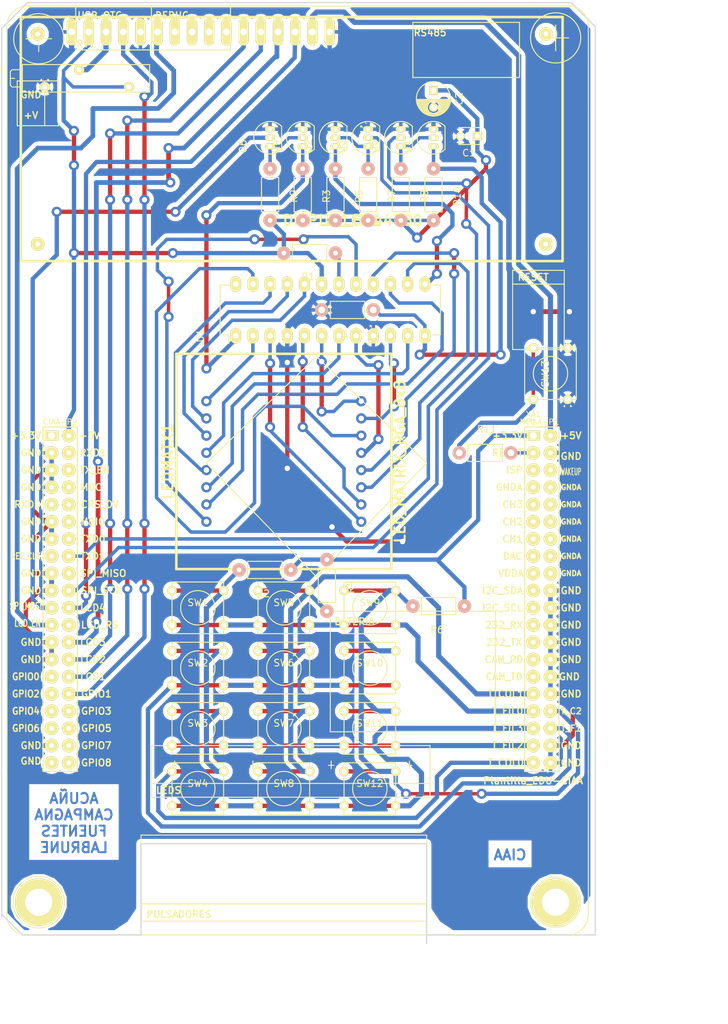
<source format=kicad_pcb>
(kicad_pcb (version 4) (host pcbnew 4.0.0-stable)
  (title_block (title "Panel LED + Interfaz de usuario") (date "26 mar 2016") (rev 1.0) (company "Proyecto CIAA - COMPUTADORA INDUSTRIAL ABIERTA ARGENTINA") (comment 2 "Universidad Nacional de La Plata") (comment 3 "Autor del poncho (Labrune Juan Pablo,Campagna Cristian,Acuña Alejandro,Fuentes Facundo)") (comment 4 "CÓDIGO PONCHO:"))
  (layers (0 F.Cu signal) (31 B.Cu signal) (34 B.Paste user) (35 F.Paste user) (36 B.SilkS user) (37 F.SilkS user) (38 B.Mask user) (39 F.Mask user) (44 Edge.Cuts user))
  (net 0 "")
  (net 1 "Net-(LEDMATX1-Pad1)")
  (net 2 "Net-(LEDMATX1-Pad2)")
  (net 3 "Net-(LEDMATX1-Pad3)")
  (net 4 "Net-(LEDMATX1-Pad4)")
  (net 5 "Net-(LEDMATX1-Pad5)")
  (net 6 "Net-(LEDMATX1-Pad6)")
  (net 7 "Net-(LEDMATX1-Pad7)")
  (net 8 "Net-(LEDMATX1-Pad8)")
  (net 9 "Net-(LEDMATX1-Pad9)")
  (net 10 "Net-(LEDMATX1-Pad10)")
  (net 11 "Net-(LEDMATX1-Pad11)")
  (net 12 "Net-(LEDMATX1-Pad12)")
  (net 13 "Net-(LEDMATX1-Pad13)")
  (net 14 "Net-(LEDMATX1-Pad15)")
  (net 15 "Net-(LEDMATX1-Pad16)")
  (net 16 "Net-(U1-Pad24)")
  (net 17 "Net-(D_LCD1-Pad3)")
  (net 18 "Net-(D_LCD1-Pad4)")
  (net 19 "Net-(D_LCD1-Pad6)")
  (net 20 "Net-(D_LCD1-Pad7)")
  (net 21 "Net-(D_LCD1-Pad8)")
  (net 22 "Net-(D_LCD1-Pad9)")
  (net 23 "Net-(D_LCD1-Pad10)")
  (net 24 "Net-(D_LCD1-Pad11)")
  (net 25 "Net-(D_LCD1-Pad12)")
  (net 26 "Net-(D_LCD1-Pad13)")
  (net 27 "Net-(D_LCD1-Pad14)")
  (net 28 "Net-(Q1-Pad2)")
  (net 29 "Net-(Q1-Pad1)")
  (net 30 "Net-(Q2-Pad2)")
  (net 31 "Net-(Q2-Pad1)")
  (net 32 "Net-(Q3-Pad2)")
  (net 33 "Net-(Q4-Pad2)")
  (net 34 "Net-(Q4-Pad1)")
  (net 35 "Net-(Q5-Pad2)")
  (net 36 "Net-(Q6-Pad2)")
  (net 37 "Net-(SW1-Pad2)")
  (net 38 "Net-(SW10-Pad2)")
  (net 39 "Net-(SW11-Pad2)")
  (net 40 "Net-(SW12-Pad2)")
  (net 41 "Net-(R1-Pad1)")
  (net 42 "Net-(R2-Pad1)")
  (net 43 "Net-(R2-Pad2)")
  (net 44 "Net-(R4-Pad2)")
  (net 45 "Net-(R6-Pad2)")
  (net 46 "Net-(LEDMATX1-Pad14)")
  (net 47 "Net-(XA1-Pad64)")
  (net 48 "Net-(XA1-Pad41)")
  (net 49 "Net-(XA1-Pad69)")
  (net 50 "Net-(XA1-Pad71)")
  (net 51 "Net-(XA1-Pad73)")
  (net 52 "Net-(XA1-Pad74)")
  (net 53 "Net-(XA1-Pad75)")
  (net 54 "Net-(XA1-Pad76)")
  (net 55 "Net-(XA1-Pad78)")
  (net 56 "Net-(XA1-Pad79)")
  (net 57 "Net-(XA1-Pad80)")
  (net 58 "Net-(R11-Pad1)")
  (net 59 "Net-(R11-Pad2)")
  (net 60 GND)
  (net 61 +5V)
  (net 62 "Net-(XA1-Pad44)")
  (net 63 "Net-(XA1-Pad46)")
  (net 64 "Net-(XA1-Pad48)")
  (net 65 "Net-(XA1-Pad49)")
  (net 66 "Net-(XA1-Pad50)")
  (net 67 "Net-(XA1-Pad52)")
  (net 68 "Net-(XA1-Pad54)")
  (net 69 "Net-(XA1-Pad55)")
  (net 70 "Net-(XA1-Pad58)")
  (net 71 "Net-(XA1-Pad6)")
  (net 72 "Net-(XA1-Pad5)")
  (net 73 +5VA)
  (module Poncho_Esqueleto:Plantilla_EDU-CIAA (layer F.Cu) (at 142.24 81.28)
    (fp_text reference MP1 (at -0.762 -2.032) (layer F.SilkS) (effects (font (size 0.8 0.8) (thickness 0.12))))
    (fp_text value Plantilla_EDU-CIAA (at -0.03 50.9) (layer F.SilkS) (effects (font (size 1.016 1.016) (thickness 0.2032))))
    (fp_text user GND (at -74.168 -50.292) (layer F.SilkS) (effects (font (thickness 0.2))))
    (fp_text user +V (at -74.168 -47.244) (layer F.SilkS) (effects (font (thickness 0.2))))
    (fp_text user DEBUG (at -53.34 -61.976) (layer F.SilkS) (effects (font (thickness 0.2))))
    (fp_text user "USB OTG" (at -64.008 -61.976) (layer F.SilkS) (effects (font (thickness 0.2))))
    (fp_text user RS485 (at -15.24 -59.436) (layer F.SilkS) (effects (font (thickness 0.2))))
    (fp_text user RESET (at 0 -23.368) (layer F.SilkS) (effects (font (thickness 0.2))))
    (fp_text user BATERIA (at -26.416 27.432) (layer F.SilkS) (effects (font (thickness 0.2))))
    (fp_text user LEDS (at -53.848 52.324) (layer F.SilkS) (effects (font (thickness 0.2))))
    (fp_text user PULSADORES (at -52.324 70.612) (layer F.SilkS) (effects (font (thickness 0.2))))
  )
  (module Poncho_Esqueleto:Conn_Poncho_Mediano (layer F.Cu) (at 142.24 81.28)
    (fp_text reference XA1 (at 0 -3.175) (layer F.SilkS) (effects (font (size 0.8 0.8) (thickness 0.12))))
    (fp_text value Conn_PonchoMP_2x_20x2 hide)
    (fp_text user GPIO8 (at -64.516 48.26) (layer F.SilkS) (effects (font (thickness 0.2))))
    (fp_text user GPIO7 (at -64.516 45.72) (layer F.SilkS) (effects (font (thickness 0.2))))
    (fp_text user GPIO5 (at -64.516 43.18) (layer F.SilkS) (effects (font (thickness 0.2))))
    (fp_text user GPIO3 (at -64.516 40.64) (layer F.SilkS) (effects (font (thickness 0.2))))
    (fp_text user GPIO1 (at -64.516 38.1) (layer F.SilkS) (effects (font (thickness 0.2))))
    (fp_text user LCD1 (at -65.024 35.56) (layer F.SilkS) (effects (font (thickness 0.2))))
    (fp_text user LCD2 (at -65.024 33.02) (layer F.SilkS) (effects (font (thickness 0.2))))
    (fp_text user LCD3 (at -65.024 30.48) (layer F.SilkS) (effects (font (thickness 0.2))))
    (fp_text user LCD_RS (at -64.008 27.94) (layer F.SilkS) (effects (font (thickness 0.2))))
    (fp_text user LCD4 (at -65.024 25.4) (layer F.SilkS) (effects (font (thickness 0.2))))
    (fp_text user SPI_SCK (at -63.754 22.86) (layer F.SilkS) (effects (font (thickness 0.2))))
    (fp_text user SPI_MISO (at -63.5 20.32) (layer F.SilkS) (effects (font (thickness 0.2))))
    (fp_text user TXD1 (at -65.024 17.78) (layer F.SilkS) (effects (font (thickness 0.2))))
    (fp_text user TXD0 (at -65.024 15.24) (layer F.SilkS) (effects (font (thickness 0.2))))
    (fp_text user MDIO (at -65.024 12.7) (layer F.SilkS) (effects (font (thickness 0.2))))
    (fp_text user CRS_DV (at -64.008 10.16) (layer F.SilkS) (effects (font (thickness 0.2))))
    (fp_text user MDC (at -65.278 7.62) (layer F.SilkS) (effects (font (thickness 0.2))))
    (fp_text user TX_EN (at -64.77 5.08) (layer F.SilkS) (effects (font (thickness 0.2))))
    (fp_text user RXD1 (at -65.024 2.54) (layer F.SilkS) (effects (font (thickness 0.2))))
    (fp_text user +5V (at -65.532 0) (layer F.SilkS) (effects (font (thickness 0.2))))
    (fp_text user GND (at -74.168 48.006) (layer F.SilkS) (effects (font (thickness 0.2))))
    (fp_text user GND (at -74.168 45.72) (layer F.SilkS) (effects (font (thickness 0.2))))
    (fp_text user GPIO6 (at -74.93 43.18) (layer F.SilkS) (effects (font (size 1 0.9) (thickness 0.2))))
    (fp_text user GPIO4 (at -74.93 40.64) (layer F.SilkS) (effects (font (size 1 0.9) (thickness 0.2))))
    (fp_text user GPIO2 (at -74.93 38.1) (layer F.SilkS) (effects (font (size 1 0.9) (thickness 0.2))))
    (fp_text user GPIO0 (at -74.93 35.56) (layer F.SilkS) (effects (font (size 1 0.9) (thickness 0.2))))
    (fp_text user GND (at -74.168 33.02) (layer F.SilkS) (effects (font (thickness 0.2))))
    (fp_text user GND (at -74.168 30.48) (layer F.SilkS) (effects (font (thickness 0.2))))
    (fp_text user LCD_EN (at -74.676 27.686) (layer F.SilkS) (effects (font (size 1 0.7) (thickness 0.17))))
    (fp_text user SPI_MOSI (at -74.93 25.146) (layer F.SilkS) (effects (font (size 1 0.7) (thickness 0.17))))
    (fp_text user GND (at -74.168 22.86) (layer F.SilkS) (effects (font (thickness 0.2))))
    (fp_text user GND (at -74.168 20.32) (layer F.SilkS) (effects (font (thickness 0.2))))
    (fp_text user REF_CLK (at -74.93 17.78) (layer F.SilkS) (effects (font (size 0.9 0.7) (thickness 0.175))))
    (fp_text user GND (at -74.168 15.24) (layer F.SilkS) (effects (font (thickness 0.2))))
    (fp_text user GND (at -74.168 12.7) (layer F.SilkS) (effects (font (thickness 0.2))))
    (fp_text user GND (at -74.168 7.62) (layer F.SilkS) (effects (font (thickness 0.2))))
    (fp_text user RXD0 (at -74.676 10.16) (layer F.SilkS) (effects (font (thickness 0.2))))
    (fp_text user GND (at -74.168 5.08) (layer F.SilkS) (effects (font (thickness 0.2))))
    (fp_text user GND (at -74.168 2.54) (layer F.SilkS) (effects (font (thickness 0.2))))
    (fp_text user +3.3V (at -74.93 0) (layer F.SilkS) (effects (font (thickness 0.2))))
    (fp_text user GND (at 5.588 48.26) (layer F.SilkS) (effects (font (thickness 0.2))))
    (fp_text user GND (at 5.588 45.72) (layer F.SilkS) (effects (font (thickness 0.2))))
    (fp_text user T_F1 (at 5.588 43.18) (layer F.SilkS) (effects (font (size 0.9 0.9) (thickness 0.18))))
    (fp_text user T_C2 (at 5.588 40.64) (layer F.SilkS) (effects (font (size 0.9 0.9) (thickness 0.18))))
    (fp_text user GND (at 5.588 38.1) (layer F.SilkS) (effects (font (thickness 0.2))))
    (fp_text user GND (at 5.334 35.56) (layer F.SilkS) (effects (font (thickness 0.2))))
    (fp_text user GND (at 5.588 33.02) (layer F.SilkS) (effects (font (thickness 0.2))))
    (fp_text user GND (at 5.588 30.48) (layer F.SilkS) (effects (font (thickness 0.2))))
    (fp_text user GND (at 5.588 27.94) (layer F.SilkS) (effects (font (thickness 0.2))))
    (fp_text user GND (at 5.588 25.4) (layer F.SilkS) (effects (font (thickness 0.2))))
    (fp_text user GND (at 5.588 22.86) (layer F.SilkS) (effects (font (thickness 0.2))))
    (fp_text user GNDA (at 5.588 20.32) (layer F.SilkS) (effects (font (size 0.76 0.76) (thickness 0.19))))
    (fp_text user GNDA (at 5.588 17.78) (layer F.SilkS) (effects (font (size 0.76 0.76) (thickness 0.19))))
    (fp_text user GNDA (at 5.588 15.24) (layer F.SilkS) (effects (font (size 0.76 0.76) (thickness 0.19))))
    (fp_text user GNDA (at 5.588 12.7) (layer F.SilkS) (effects (font (size 0.76 0.76) (thickness 0.19))))
    (fp_text user GNDA (at 5.588 10.16) (layer F.SilkS) (effects (font (size 0.76 0.76) (thickness 0.19))))
    (fp_text user GNDA (at 5.588 7.62) (layer F.SilkS) (effects (font (size 0.76 0.76) (thickness 0.19))))
    (fp_text user WAKEUP (at 5.588 5.334) (layer F.SilkS) (effects (font (size 1 0.5) (thickness 0.125))))
    (fp_text user GND (at 5.588 3.048) (layer F.SilkS) (effects (font (thickness 0.2))))
    (fp_text user +5V (at 5.588 0) (layer F.SilkS) (effects (font (thickness 0.2))))
    (fp_text user T_COL0 (at -4.064 48.26) (layer F.SilkS) (effects (font (thickness 0.2))))
    (fp_text user T_FIL2 (at -3.81 45.72) (layer F.SilkS) (effects (font (thickness 0.2))))
    (fp_text user T_FIL3 (at -3.81 43.18) (layer F.SilkS) (effects (font (thickness 0.2))))
    (fp_text user T_FIL0 (at -3.81 40.64) (layer F.SilkS) (effects (font (thickness 0.2))))
    (fp_text user T_COL1 (at -4.064 38.1) (layer F.SilkS) (effects (font (thickness 0.2))))
    (fp_text user CAN_TD (at -4.318 35.56) (layer F.SilkS) (effects (font (thickness 0.2))))
    (fp_text user CAN_RD (at -4.318 33.02) (layer F.SilkS) (effects (font (thickness 0.2))))
    (fp_text user 232_TX (at -4.318 30.48) (layer F.SilkS) (effects (font (thickness 0.2))))
    (fp_text user 232_RX (at -4.318 27.94) (layer F.SilkS) (effects (font (thickness 0.2))))
    (fp_text user I2C_SCL (at -4.572 25.4) (layer F.SilkS) (effects (font (thickness 0.2))))
    (fp_text user I2C_SDA (at -4.572 22.86) (layer F.SilkS) (effects (font (thickness 0.2))))
    (fp_text user VDDA (at -3.302 20.32) (layer F.SilkS) (effects (font (thickness 0.2))))
    (fp_text user DAC (at -3.048 17.78) (layer F.SilkS) (effects (font (thickness 0.2))))
    (fp_text user CH1 (at -3.048 15.24) (layer F.SilkS) (effects (font (thickness 0.2))))
    (fp_text user CH2 (at -3.048 12.7) (layer F.SilkS) (effects (font (thickness 0.2))))
    (fp_text user CH3 (at -3.048 10.16) (layer F.SilkS) (effects (font (thickness 0.2))))
    (fp_text user GNDA (at -3.556 7.62) (layer F.SilkS) (effects (font (thickness 0.2))))
    (fp_text user ISP (at -2.794 5.08) (layer F.SilkS) (effects (font (thickness 0.2))))
    (fp_text user RESET (at -3.81 2.54) (layer F.SilkS) (effects (font (thickness 0.2))))
    (fp_text user CIAA-P2 (at -69.85 -2.032) (layer F.SilkS) (effects (font (size 0.8 0.8) (thickness 0.12))))
    (fp_text user CIAA-P1 (at 1.27 -2.032) (layer F.SilkS) (effects (font (size 0.8 0.8) (thickness 0.12))))
    (fp_text user +3.3V (at -3.81 0) (layer F.SilkS) (effects (font (thickness 0.2))))
    (pad 1 thru_hole rect (at 0 0 270) (size 1.524 2) (drill 1.016) (layers *.Cu *.Mask F.SilkS) (net 42 "Net-(R2-Pad1)"))
    (pad 2 thru_hole oval (at 2.54 0 270) (size 2 2) (drill 0.7) (layers *.Cu *.Mask F.SilkS) (net 61 +5V))
    (pad 11 thru_hole oval (at 0 12.7 270) (size 2 2) (drill 0.7) (layers *.Cu *.Mask F.SilkS))
    (pad 4 thru_hole oval (at 2.54 2.54 270) (size 2 2) (drill 0.7) (layers *.Cu *.Mask F.SilkS) (net 60 GND))
    (pad 13 thru_hole oval (at 0 15.24 270) (size 2 2) (drill 0.7) (layers *.Cu *.Mask F.SilkS))
    (pad 6 thru_hole oval (at 2.54 5.08 270) (size 2 2) (drill 0.7) (layers *.Cu *.Mask F.SilkS) (net 71 "Net-(XA1-Pad6)"))
    (pad 15 thru_hole oval (at 0 17.78 270) (size 2 2) (drill 0.7) (layers *.Cu *.Mask F.SilkS))
    (pad 8 thru_hole oval (at 2.54 7.62 270) (size 2 2) (drill 0.7) (layers *.Cu *.Mask F.SilkS))
    (pad 17 thru_hole oval (at 0 20.32 270) (size 2 2) (drill 0.7) (layers *.Cu *.Mask F.SilkS))
    (pad 10 thru_hole oval (at 2.54 10.16 270) (size 2 2) (drill 0.7) (layers *.Cu *.Mask F.SilkS))
    (pad 19 thru_hole oval (at 0 22.86 270) (size 2 2) (drill 0.7) (layers *.Cu *.Mask F.SilkS))
    (pad 12 thru_hole oval (at 2.54 12.7 270) (size 2 2) (drill 0.7) (layers *.Cu *.Mask F.SilkS))
    (pad 21 thru_hole oval (at 0 25.4 270) (size 2 2) (drill 0.7) (layers *.Cu *.Mask F.SilkS))
    (pad 14 thru_hole oval (at 2.54 15.24 270) (size 2 2) (drill 0.7) (layers *.Cu *.Mask F.SilkS))
    (pad 23 thru_hole oval (at 0 27.94 270) (size 2 2) (drill 0.7) (layers *.Cu *.Mask F.SilkS))
    (pad 16 thru_hole oval (at 2.54 17.78 270) (size 2 2) (drill 0.7) (layers *.Cu *.Mask F.SilkS))
    (pad 25 thru_hole oval (at 0 30.48 270) (size 2 2) (drill 0.7) (layers *.Cu *.Mask F.SilkS))
    (pad 18 thru_hole oval (at 2.54 20.32 270) (size 2 2) (drill 0.7) (layers *.Cu *.Mask F.SilkS))
    (pad 27 thru_hole oval (at 0 33.02 270) (size 2 2) (drill 0.7) (layers *.Cu *.Mask F.SilkS))
    (pad 20 thru_hole oval (at 2.54 22.86 270) (size 2 2) (drill 0.7) (layers *.Cu *.Mask F.SilkS) (net 60 GND))
    (pad 29 thru_hole oval (at 0 35.56 270) (size 2 2) (drill 0.7) (layers *.Cu *.Mask F.SilkS))
    (pad 22 thru_hole oval (at 2.54 25.4 270) (size 2 2) (drill 0.7) (layers *.Cu *.Mask F.SilkS) (net 60 GND))
    (pad 31 thru_hole oval (at 0 38.1 270) (size 2 2) (drill 0.7) (layers *.Cu *.Mask F.SilkS) (net 44 "Net-(R4-Pad2)"))
    (pad 24 thru_hole oval (at 2.54 27.94 270) (size 2 2) (drill 0.7) (layers *.Cu *.Mask F.SilkS) (net 60 GND))
    (pad 26 thru_hole oval (at 2.54 30.48 270) (size 2 2) (drill 0.7) (layers *.Cu *.Mask F.SilkS) (net 60 GND))
    (pad 33 thru_hole oval (at 0 40.64 270) (size 2 2) (drill 0.7) (layers *.Cu *.Mask F.SilkS) (net 37 "Net-(SW1-Pad2)"))
    (pad 28 thru_hole oval (at 2.54 33.02 270) (size 2 2) (drill 0.7) (layers *.Cu *.Mask F.SilkS) (net 60 GND))
    (pad 32 thru_hole oval (at 2.54 38.1 270) (size 2 2) (drill 0.7) (layers *.Cu *.Mask F.SilkS) (net 60 GND))
    (pad 34 thru_hole oval (at 2.54 40.64 270) (size 2 2) (drill 0.7) (layers *.Cu *.Mask F.SilkS) (net 45 "Net-(R6-Pad2)"))
    (pad 36 thru_hole oval (at 2.54 43.18 270) (size 2 2) (drill 0.7) (layers *.Cu *.Mask F.SilkS) (net 38 "Net-(SW10-Pad2)"))
    (pad 38 thru_hole oval (at 2.54 45.72 270) (size 2 2) (drill 0.7) (layers *.Cu *.Mask F.SilkS) (net 60 GND))
    (pad 35 thru_hole oval (at 0 43.18 270) (size 2 2) (drill 0.7) (layers *.Cu *.Mask F.SilkS) (net 40 "Net-(SW12-Pad2)"))
    (pad 37 thru_hole oval (at 0 45.72 270) (size 2 2) (drill 0.7) (layers *.Cu *.Mask F.SilkS) (net 39 "Net-(SW11-Pad2)"))
    (pad 3 thru_hole oval (at 0 2.54 270) (size 2 2) (drill 0.7) (layers *.Cu *.Mask F.SilkS) (net 59 "Net-(R11-Pad2)"))
    (pad 5 thru_hole oval (at 0 5.08 270) (size 2 2) (drill 0.7) (layers *.Cu *.Mask F.SilkS) (net 72 "Net-(XA1-Pad5)"))
    (pad 7 thru_hole oval (at 0 7.62 270) (size 2 2) (drill 0.7) (layers *.Cu *.Mask F.SilkS))
    (pad 9 thru_hole oval (at 0 10.16 270) (size 2 2) (drill 0.7) (layers *.Cu *.Mask F.SilkS))
    (pad 39 thru_hole oval (at 0 48.26 270) (size 2 2) (drill 0.7) (layers *.Cu *.Mask F.SilkS) (net 43 "Net-(R2-Pad2)"))
    (pad 40 thru_hole oval (at 2.54 48.26 270) (size 2 2) (drill 0.7) (layers *.Cu *.Mask F.SilkS) (net 60 GND))
    (pad 30 thru_hole oval (at 2.54 35.56 270) (size 2 2) (drill 0.7) (layers *.Cu *.Mask F.SilkS) (net 60 GND))
    (pad 41 thru_hole rect (at -71.12 0 270) (size 1.524 2) (drill 1.016) (layers *.Cu *.Mask F.SilkS) (net 48 "Net-(XA1-Pad41)"))
    (pad 42 thru_hole oval (at -68.58 0 270) (size 2 2) (drill 0.7) (layers *.Cu *.Mask F.SilkS) (net 73 +5VA))
    (pad 43 thru_hole oval (at -71.12 2.54 270) (size 2 2) (drill 0.7) (layers *.Cu *.Mask F.SilkS) (net 60 GND))
    (pad 44 thru_hole oval (at -68.58 2.54 270) (size 2 2) (drill 0.7) (layers *.Cu *.Mask F.SilkS) (net 62 "Net-(XA1-Pad44)"))
    (pad 45 thru_hole oval (at -71.12 5.08 270) (size 2 2) (drill 0.7) (layers *.Cu *.Mask F.SilkS) (net 60 GND))
    (pad 46 thru_hole oval (at -68.58 5.08 270) (size 2 2) (drill 0.7) (layers *.Cu *.Mask F.SilkS) (net 63 "Net-(XA1-Pad46)"))
    (pad 47 thru_hole oval (at -71.12 7.62 270) (size 2 2) (drill 0.7) (layers *.Cu *.Mask F.SilkS) (net 60 GND))
    (pad 48 thru_hole oval (at -68.58 7.62 270) (size 2 2) (drill 0.7) (layers *.Cu *.Mask F.SilkS) (net 64 "Net-(XA1-Pad48)"))
    (pad 49 thru_hole oval (at -71.12 10.16 270) (size 2 2) (drill 0.7) (layers *.Cu *.Mask F.SilkS) (net 65 "Net-(XA1-Pad49)"))
    (pad 50 thru_hole oval (at -68.58 10.16 270) (size 2 2) (drill 0.7) (layers *.Cu *.Mask F.SilkS) (net 66 "Net-(XA1-Pad50)"))
    (pad 51 thru_hole oval (at -71.12 12.7 270) (size 2 2) (drill 0.7) (layers *.Cu *.Mask F.SilkS) (net 60 GND))
    (pad 52 thru_hole oval (at -68.58 12.7 270) (size 2 2) (drill 0.7) (layers *.Cu *.Mask F.SilkS) (net 67 "Net-(XA1-Pad52)"))
    (pad 53 thru_hole oval (at -71.12 15.24 270) (size 2 2) (drill 0.7) (layers *.Cu *.Mask F.SilkS) (net 60 GND))
    (pad 54 thru_hole oval (at -68.58 15.24 270) (size 2 2) (drill 0.7) (layers *.Cu *.Mask F.SilkS) (net 68 "Net-(XA1-Pad54)"))
    (pad 55 thru_hole oval (at -71.12 17.78 270) (size 2 2) (drill 0.7) (layers *.Cu *.Mask F.SilkS) (net 69 "Net-(XA1-Pad55)"))
    (pad 56 thru_hole oval (at -68.58 17.78 270) (size 2 2) (drill 0.7) (layers *.Cu *.Mask F.SilkS) (net 35 "Net-(Q5-Pad2)"))
    (pad 57 thru_hole oval (at -71.12 20.32 270) (size 2 2) (drill 0.7) (layers *.Cu *.Mask F.SilkS) (net 60 GND))
    (pad 58 thru_hole oval (at -68.58 20.32 270) (size 2 2) (drill 0.7) (layers *.Cu *.Mask F.SilkS) (net 70 "Net-(XA1-Pad58)"))
    (pad 59 thru_hole oval (at -71.12 22.86 270) (size 2 2) (drill 0.7) (layers *.Cu *.Mask F.SilkS) (net 60 GND))
    (pad 60 thru_hole oval (at -68.58 22.86 270) (size 2 2) (drill 0.7) (layers *.Cu *.Mask F.SilkS) (net 32 "Net-(Q3-Pad2)"))
    (pad 61 thru_hole oval (at -71.12 25.4 270) (size 2 2) (drill 0.7) (layers *.Cu *.Mask F.SilkS) (net 36 "Net-(Q6-Pad2)"))
    (pad 62 thru_hole oval (at -68.58 25.4 270) (size 2 2) (drill 0.7) (layers *.Cu *.Mask F.SilkS) (net 27 "Net-(D_LCD1-Pad14)"))
    (pad 63 thru_hole oval (at -71.12 27.94 270) (size 2 2) (drill 0.7) (layers *.Cu *.Mask F.SilkS) (net 19 "Net-(D_LCD1-Pad6)"))
    (pad 64 thru_hole oval (at -68.58 27.94 270) (size 2 2) (drill 0.7) (layers *.Cu *.Mask F.SilkS) (net 47 "Net-(XA1-Pad64)"))
    (pad 65 thru_hole oval (at -71.12 30.48 270) (size 2 2) (drill 0.7) (layers *.Cu *.Mask F.SilkS) (net 60 GND))
    (pad 66 thru_hole oval (at -68.58 30.48 270) (size 2 2) (drill 0.7) (layers *.Cu *.Mask F.SilkS) (net 26 "Net-(D_LCD1-Pad13)"))
    (pad 67 thru_hole oval (at -71.12 33.02 270) (size 2 2) (drill 0.7) (layers *.Cu *.Mask F.SilkS) (net 60 GND))
    (pad 68 thru_hole oval (at -68.58 33.02 270) (size 2 2) (drill 0.7) (layers *.Cu *.Mask F.SilkS) (net 25 "Net-(D_LCD1-Pad12)"))
    (pad 69 thru_hole oval (at -71.12 35.56 270) (size 2 2) (drill 0.7) (layers *.Cu *.Mask F.SilkS) (net 49 "Net-(XA1-Pad69)"))
    (pad 70 thru_hole oval (at -68.58 35.56 270) (size 2 2) (drill 0.7) (layers *.Cu *.Mask F.SilkS) (net 24 "Net-(D_LCD1-Pad11)"))
    (pad 71 thru_hole oval (at -71.12 38.1 270) (size 2 2) (drill 0.7) (layers *.Cu *.Mask F.SilkS) (net 50 "Net-(XA1-Pad71)"))
    (pad 72 thru_hole oval (at -68.58 38.1 270) (size 2 2) (drill 0.7) (layers *.Cu *.Mask F.SilkS) (net 18 "Net-(D_LCD1-Pad4)"))
    (pad 73 thru_hole oval (at -71.12 40.64 270) (size 2 2) (drill 0.7) (layers *.Cu *.Mask F.SilkS) (net 51 "Net-(XA1-Pad73)"))
    (pad 74 thru_hole oval (at -68.58 40.64 270) (size 2 2) (drill 0.7) (layers *.Cu *.Mask F.SilkS) (net 52 "Net-(XA1-Pad74)"))
    (pad 75 thru_hole oval (at -71.12 43.18 270) (size 2 2) (drill 0.7) (layers *.Cu *.Mask F.SilkS) (net 53 "Net-(XA1-Pad75)"))
    (pad 76 thru_hole oval (at -68.58 43.18 270) (size 2 2) (drill 0.7) (layers *.Cu *.Mask F.SilkS) (net 54 "Net-(XA1-Pad76)"))
    (pad 77 thru_hole oval (at -71.12 45.72 270) (size 2 2) (drill 0.7) (layers *.Cu *.Mask F.SilkS) (net 60 GND))
    (pad 78 thru_hole oval (at -68.58 45.72 270) (size 2 2) (drill 0.7) (layers *.Cu *.Mask F.SilkS) (net 55 "Net-(XA1-Pad78)"))
    (pad 79 thru_hole oval (at -71.12 48.26 270) (size 2 2) (drill 0.7) (layers *.Cu *.Mask F.SilkS) (net 56 "Net-(XA1-Pad79)"))
    (pad 80 thru_hole oval (at -68.58 48.26 270) (size 2 2) (drill 0.7) (layers *.Cu *.Mask F.SilkS) (net 57 "Net-(XA1-Pad80)"))
    (pad ~ thru_hole circle (at -73.025 68.834) (size 7 7) (drill 4) (layers *.Cu *.Mask F.SilkS))
    (pad ~ thru_hole circle (at 3.302 68.834) (size 7 7) (drill 4) (layers *.Cu *.Mask F.SilkS))
  )
  (module libraries-master:LCD-16x2 (layer F.Cu) (at 115.57 49.53)
    (fp_text reference D_LCD1 (at 0 0) (layer F.SilkS) (effects (font (thickness 0.3048))))
    (fp_text value DISPLAY_HD44780 (at 0 0) (layer F.SilkS) (effects (font (thickness 0.3048))))
    (pad "" thru_hole circle (at -46.49978 -27.50058) (size 2 2) (drill 0.7) (layers *.Cu *.Mask F.SilkS))
    (pad "" thru_hole circle (at 28.5496 -27.50058) (size 2 2) (drill 0.7) (layers *.Cu *.Mask F.SilkS))
    (pad "" thru_hole circle (at 28.4988 3.50012) (size 2 2) (drill 0.7) (layers *.Cu *.Mask F.SilkS))
    (pad "" thru_hole circle (at -46.49978 3.50012) (size 2 2) (drill 0.7) (layers *.Cu *.Mask F.SilkS))
    (pad 1 thru_hole oval (at -41.50106 -27.8003) (size 1.50114 4.0005) (drill 1.00076) (layers *.Cu *.Mask F.SilkS) (net 60 GND))
    (pad 2 thru_hole oval (at -38.96106 -27.8003) (size 1.50114 4.0005) (drill 1.00076) (layers *.Cu *.Mask F.SilkS) (net 73 +5VA))
    (pad 3 thru_hole oval (at -36.42106 -27.8003) (size 1.50114 4.0005) (drill 1.00076) (layers *.Cu *.Mask F.SilkS) (net 17 "Net-(D_LCD1-Pad3)"))
    (pad 4 thru_hole oval (at -33.88106 -27.8003) (size 1.50114 4.0005) (drill 1.00076) (layers *.Cu *.Mask F.SilkS) (net 18 "Net-(D_LCD1-Pad4)"))
    (pad 5 thru_hole oval (at -31.34106 -27.8003) (size 1.50114 4.0005) (drill 1.00076) (layers *.Cu *.Mask F.SilkS) (net 60 GND))
    (pad 6 thru_hole oval (at -28.80106 -27.8003) (size 1.50114 4.0005) (drill 1.00076) (layers *.Cu *.Mask F.SilkS) (net 19 "Net-(D_LCD1-Pad6)"))
    (pad 7 thru_hole oval (at -26.26106 -27.8003) (size 1.50114 4.0005) (drill 1.00076) (layers *.Cu *.Mask F.SilkS) (net 20 "Net-(D_LCD1-Pad7)"))
    (pad 8 thru_hole oval (at -23.72106 -27.8003) (size 1.50114 4.0005) (drill 1.00076) (layers *.Cu *.Mask F.SilkS) (net 21 "Net-(D_LCD1-Pad8)"))
    (pad 9 thru_hole oval (at -21.18106 -27.8003) (size 1.50114 4.0005) (drill 1.00076) (layers *.Cu *.Mask F.SilkS) (net 22 "Net-(D_LCD1-Pad9)"))
    (pad 10 thru_hole oval (at -18.64106 -27.8003) (size 1.50114 4.0005) (drill 1.00076) (layers *.Cu *.Mask F.SilkS) (net 23 "Net-(D_LCD1-Pad10)"))
    (pad 11 thru_hole oval (at -16.10106 -27.8003) (size 1.50114 4.0005) (drill 1.00076) (layers *.Cu *.Mask F.SilkS) (net 24 "Net-(D_LCD1-Pad11)"))
    (pad 12 thru_hole oval (at -13.56106 -27.8003) (size 1.50114 4.0005) (drill 1.00076) (layers *.Cu *.Mask F.SilkS) (net 25 "Net-(D_LCD1-Pad12)"))
    (pad 13 thru_hole oval (at -11.02106 -27.8003) (size 1.50114 4.0005) (drill 1.00076) (layers *.Cu *.Mask F.SilkS) (net 26 "Net-(D_LCD1-Pad13)"))
    (pad 14 thru_hole oval (at -8.48106 -27.8003) (size 1.50114 4.0005) (drill 1.00076) (layers *.Cu *.Mask F.SilkS) (net 27 "Net-(D_LCD1-Pad14)"))
    (pad 15 thru_hole oval (at -5.94106 -27.8003) (size 1.50114 4.0005) (drill 1.00076) (layers *.Cu *.Mask F.SilkS) (net 61 +5V))
    (pad 16 thru_hole oval (at -3.40106 -27.8003) (size 1.50114 4.0005) (drill 1.00076) (layers *.Cu *.Mask F.SilkS) (net 60 GND))
  )
  (module Resistors_ThroughHole:Resistor_Horizontal_RM7mm (layer F.Cu) (at 113.03 54.356 180)
    (fp_text reference R1 (at 4.05892 -3.50012 180) (layer F.SilkS))
    (fp_text value "27 kΩ")
    (pad 1 thru_hole circle (at 0 0 180) (size 2 2) (drill 0.7) (layers *.Cu *.SilkS *.Mask) (net 41 "Net-(R1-Pad1)"))
    (pad 2 thru_hole circle (at 7.62 0 180) (size 2 2) (drill 0.7) (layers *.Cu *.SilkS *.Mask) (net 73 +5VA))
  )
  (module Resistors_ThroughHole:Resistor_Horizontal_RM7mm (layer F.Cu) (at 106.426 101.092 180)
    (fp_text reference R2 (at 4.05892 -3.50012 180) (layer F.SilkS))
    (fp_text value "10 kΩ")
    (pad 1 thru_hole circle (at 0 0 180) (size 2 2) (drill 0.7) (layers *.Cu *.SilkS *.Mask) (net 42 "Net-(R2-Pad1)"))
    (pad 2 thru_hole circle (at 7.62 0 180) (size 2 2) (drill 0.7) (layers *.Cu *.SilkS *.Mask) (net 43 "Net-(R2-Pad2)"))
  )
  (module Resistors_ThroughHole:Resistor_Horizontal_RM7mm (layer F.Cu) (at 108.204 41.91 270)
    (fp_text reference R3 (at 4.05892 -3.50012 270) (layer F.SilkS))
    (fp_text value "10 kΩ")
    (pad 1 thru_hole circle (at 0 0 270) (size 2 2) (drill 0.7) (layers *.Cu *.SilkS *.Mask) (net 34 "Net-(Q4-Pad1)"))
    (pad 2 thru_hole circle (at 7.62 0 270) (size 2 2) (drill 0.7) (layers *.Cu *.SilkS *.Mask) (net 73 +5VA))
  )
  (module Resistors_ThroughHole:Resistor_Horizontal_RM7mm (layer F.Cu) (at 111.76 99.568 270)
    (fp_text reference R4 (at 4.05892 -3.50012 270) (layer F.SilkS))
    (fp_text value "10 kΩ")
    (pad 1 thru_hole circle (at 0 0 270) (size 2 2) (drill 0.7) (layers *.Cu *.SilkS *.Mask) (net 42 "Net-(R2-Pad1)"))
    (pad 2 thru_hole circle (at 7.62 0 270) (size 2 2) (drill 0.7) (layers *.Cu *.SilkS *.Mask) (net 44 "Net-(R4-Pad2)"))
  )
  (module Resistors_ThroughHole:Resistor_Horizontal_RM7mm (layer F.Cu) (at 113.03 41.91 270)
    (fp_text reference R5 (at 4.05892 -3.50012 270) (layer F.SilkS))
    (fp_text value "10 kΩ")
    (pad 1 thru_hole circle (at 0 0 270) (size 2 2) (drill 0.7) (layers *.Cu *.SilkS *.Mask) (net 31 "Net-(Q2-Pad1)"))
    (pad 2 thru_hole circle (at 7.62 0 270) (size 2 2) (drill 0.7) (layers *.Cu *.SilkS *.Mask) (net 73 +5VA))
  )
  (module Resistors_ThroughHole:Resistor_Horizontal_RM7mm (layer F.Cu) (at 132.08 106.426 180)
    (fp_text reference R6 (at 4.05892 -3.50012 180) (layer F.SilkS))
    (fp_text value "10 kΩ")
    (pad 1 thru_hole circle (at 0 0 180) (size 2 2) (drill 0.7) (layers *.Cu *.SilkS *.Mask) (net 42 "Net-(R2-Pad1)"))
    (pad 2 thru_hole circle (at 7.62 0 180) (size 2 2) (drill 0.7) (layers *.Cu *.SilkS *.Mask) (net 45 "Net-(R6-Pad2)"))
  )
  (module Resistors_ThroughHole:Resistor_Horizontal_RM7mm (layer F.Cu) (at 117.856 41.91 270)
    (fp_text reference R7 (at 4.05892 -3.50012 270) (layer F.SilkS))
    (fp_text value "10 kΩ")
    (pad 1 thru_hole circle (at 0 0 270) (size 2 2) (drill 0.7) (layers *.Cu *.SilkS *.Mask) (net 30 "Net-(Q2-Pad2)"))
    (pad 2 thru_hole circle (at 7.62 0 270) (size 2 2) (drill 0.7) (layers *.Cu *.SilkS *.Mask) (net 73 +5VA))
  )
  (module Resistors_ThroughHole:Resistor_Horizontal_RM7mm (layer F.Cu) (at 122.682 41.91 270)
    (fp_text reference R8 (at 4.05892 -3.50012 270) (layer F.SilkS))
    (fp_text value "10 kΩ")
    (pad 1 thru_hole circle (at 0 0 270) (size 2 2) (drill 0.7) (layers *.Cu *.SilkS *.Mask) (net 28 "Net-(Q1-Pad2)"))
    (pad 2 thru_hole circle (at 7.62 0 270) (size 2 2) (drill 0.7) (layers *.Cu *.SilkS *.Mask) (net 73 +5VA))
  )
  (module Resistors_ThroughHole:Resistor_Horizontal_RM7mm (layer F.Cu) (at 103.378 41.91 270)
    (fp_text reference R9 (at 4.05892 -3.50012 270) (layer F.SilkS))
    (fp_text value "10 kΩ")
    (pad 1 thru_hole circle (at 0 0 270) (size 2 2) (drill 0.7) (layers *.Cu *.SilkS *.Mask) (net 33 "Net-(Q4-Pad2)"))
    (pad 2 thru_hole circle (at 7.62 0 270) (size 2 2) (drill 0.7) (layers *.Cu *.SilkS *.Mask) (net 73 +5VA))
  )
  (module Resistors_ThroughHole:Resistor_Horizontal_RM7mm (layer F.Cu) (at 127.508 41.91 270)
    (fp_text reference R10 (at 4.05892 -3.50012 270) (layer F.SilkS))
    (fp_text value "10 kΩ")
    (pad 1 thru_hole circle (at 0 0 270) (size 2 2) (drill 0.7) (layers *.Cu *.SilkS *.Mask) (net 29 "Net-(Q1-Pad1)"))
    (pad 2 thru_hole circle (at 7.62 0 270) (size 2 2) (drill 0.7) (layers *.Cu *.SilkS *.Mask) (net 73 +5VA))
  )
  (module Resistors_ThroughHole:Resistor_Horizontal_RM7mm (layer F.Cu) (at 131.318 83.82)
    (fp_text reference R11 (at 4.05892 -3.50012) (layer F.SilkS))
    (fp_text value "10 kΩ")
    (pad 1 thru_hole circle (at 0 0) (size 1.99898 1.99898) (drill 1.00076) (layers *.Cu *.SilkS *.Mask) (net 58 "Net-(R11-Pad1)"))
    (pad 2 thru_hole circle (at 7.62 0) (size 1.99898 1.99898) (drill 1.00076) (layers *.Cu *.SilkS *.Mask) (net 59 "Net-(R11-Pad2)"))
  )
  (module Resistors_ThroughHole:Resistor_Horizontal_RM7mm (layer F.Cu) (at 118.618 62.738 180)
    (fp_text reference R12 (at 4.05892 -3.50012 180) (layer F.SilkS))
    (fp_text value "10 kΩ")
    (pad 1 thru_hole circle (at 0 0 180) (size 1.99898 1.99898) (drill 1.00076) (layers *.Cu *.SilkS *.Mask) (net 29 "Net-(Q1-Pad1)"))
    (pad 2 thru_hole circle (at 7.62 0 180) (size 1.99898 1.99898) (drill 1.00076) (layers *.Cu *.SilkS *.Mask) (net 60 GND))
  )
  (module libraries-master:LED_ALE (layer F.Cu) (at 105.41 85.09 90)
    (fp_text reference LEDMATX1 (at 0 -17.145 90) (layer F.SilkS) (effects (font (thickness 0.3048))))
    (fp_text value LED_MATRIX_RGA_8x8 (at 0 17.145 90) (layer F.SilkS) (effects (font (thickness 0.3048))))
    (pad 1 thru_hole circle (at -8.89 11.43 90) (size 1.524 1.524) (drill 0.8128) (layers B.Cu) (net 1 "Net-(LEDMATX1-Pad1)"))
    (pad 2 thru_hole circle (at -6.35 11.43 90) (size 1.524 1.524) (drill 0.8128) (layers B.Cu) (net 2 "Net-(LEDMATX1-Pad2)"))
    (pad 3 thru_hole circle (at -3.81 11.43 90) (size 1.524 1.524) (drill 0.8128) (layers B.Cu) (net 3 "Net-(LEDMATX1-Pad3)"))
    (pad 4 thru_hole circle (at -1.27 11.43 90) (size 1.524 1.524) (drill 0.8128) (layers B.Cu) (net 4 "Net-(LEDMATX1-Pad4)"))
    (pad 5 thru_hole circle (at 1.27 11.43 90) (size 1.524 1.524) (drill 0.8128) (layers B.Cu) (net 5 "Net-(LEDMATX1-Pad5)"))
    (pad 6 thru_hole circle (at 3.81 11.43 90) (size 1.524 1.524) (drill 0.8128) (layers B.Cu) (net 6 "Net-(LEDMATX1-Pad6)"))
    (pad 7 thru_hole circle (at 6.35 11.43 90) (size 1.524 1.524) (drill 0.8128) (layers B.Cu) (net 7 "Net-(LEDMATX1-Pad7)"))
    (pad 8 thru_hole circle (at 8.89 11.43 90) (size 1.524 1.524) (drill 0.8128) (layers B.Cu) (net 8 "Net-(LEDMATX1-Pad8)"))
    (pad 9 thru_hole circle (at 8.89 -11.43 90) (size 1.524 1.524) (drill 0.8128) (layers B.Cu) (net 9 "Net-(LEDMATX1-Pad9)"))
    (pad 10 thru_hole circle (at 6.35 -11.43 90) (size 1.524 1.524) (drill 0.8128) (layers B.Cu) (net 10 "Net-(LEDMATX1-Pad10)"))
    (pad 11 thru_hole circle (at 3.81 -11.43 90) (size 1.524 1.524) (drill 0.8128) (layers B.Cu) (net 11 "Net-(LEDMATX1-Pad11)"))
    (pad 12 thru_hole circle (at 1.27 -11.43 90) (size 1.524 1.524) (drill 0.8128) (layers B.Cu) (net 12 "Net-(LEDMATX1-Pad12)"))
    (pad 13 thru_hole circle (at -1.27 -11.43 90) (size 1.524 1.524) (drill 0.8128) (layers B.Cu) (net 13 "Net-(LEDMATX1-Pad13)"))
    (pad 14 thru_hole circle (at -3.81 -11.43 90) (size 1.524 1.524) (drill 0.8128) (layers B.Cu) (net 46 "Net-(LEDMATX1-Pad14)"))
    (pad 15 thru_hole circle (at -6.35 -11.43 90) (size 1.524 1.524) (drill 0.8128) (layers B.Cu) (net 14 "Net-(LEDMATX1-Pad15)"))
    (pad 16 thru_hole circle (at -8.89 -11.43 90) (size 1.524 1.524) (drill 0.8128) (layers B.Cu) (net 15 "Net-(LEDMATX1-Pad16)"))
  )
  (module TO_SOT_Packages_THT:TO-92_Inline_Narrow_Oval (layer F.Cu) (at 122.682 38.608 90)
    (fp_text reference Q5 (at 0 -4 90) (layer F.SilkS))
    (fp_text value Q_NMOS_DGS)
    (pad 2 thru_hole oval (at 1.27 0 270) (size 0.89916 1.50114) (drill 0.6) (layers *.Cu *.Mask F.SilkS) (net 35 "Net-(Q5-Pad2)"))
    (pad 3 thru_hole oval (at 2.54 0 270) (size 0.89916 1.50114) (drill 0.6) (layers *.Cu *.Mask F.SilkS) (net 60 GND))
    (pad 1 thru_hole oval (at 0 0 270) (size 0.89916 1.50114) (drill 0.6) (layers *.Cu *.Mask F.SilkS) (net 28 "Net-(Q1-Pad2)"))
  )
  (module TO_SOT_Packages_THT:TO-92_Inline_Narrow_Oval (layer F.Cu) (at 108.204 38.608 90)
    (fp_text reference Q4 (at 0 -4 90) (layer F.SilkS))
    (fp_text value Q_NMOS_DGS)
    (pad 2 thru_hole oval (at 1.27 0 270) (size 0.89916 1.50114) (drill 0.6) (layers *.Cu *.Mask F.SilkS) (net 33 "Net-(Q4-Pad2)"))
    (pad 3 thru_hole oval (at 2.54 0 270) (size 0.89916 1.50114) (drill 0.6) (layers *.Cu *.Mask F.SilkS) (net 60 GND))
    (pad 1 thru_hole oval (at 0 0 270) (size 0.89916 1.50114) (drill 0.6) (layers *.Cu *.Mask F.SilkS) (net 34 "Net-(Q4-Pad1)"))
  )
  (module TO_SOT_Packages_THT:TO-92_Inline_Narrow_Oval (layer F.Cu) (at 117.856 38.608 90)
    (fp_text reference Q3 (at 0 -4 90) (layer F.SilkS))
    (fp_text value Q_NMOS_DGS)
    (pad 2 thru_hole oval (at 1.27 0 270) (size 0.89916 1.50114) (drill 0.6) (layers *.Cu *.Mask F.SilkS) (net 32 "Net-(Q3-Pad2)"))
    (pad 3 thru_hole oval (at 2.54 0 270) (size 0.89916 1.50114) (drill 0.6) (layers *.Cu *.Mask F.SilkS) (net 60 GND))
    (pad 1 thru_hole oval (at 0 0 270) (size 0.89916 1.50114) (drill 0.6) (layers *.Cu *.Mask F.SilkS) (net 30 "Net-(Q2-Pad2)"))
  )
  (module TO_SOT_Packages_THT:TO-92_Inline_Narrow_Oval (layer F.Cu) (at 113.03 38.608 90)
    (fp_text reference Q2 (at 0 -4 90) (layer F.SilkS))
    (fp_text value Q_NMOS_DGS)
    (pad 2 thru_hole oval (at 1.27 0 270) (size 0.89916 1.50114) (drill 0.6) (layers *.Cu *.Mask F.SilkS) (net 30 "Net-(Q2-Pad2)"))
    (pad 3 thru_hole oval (at 2.54 0 270) (size 0.89916 1.50114) (drill 0.6) (layers *.Cu *.Mask F.SilkS) (net 60 GND))
    (pad 1 thru_hole oval (at 0 0 270) (size 0.89916 1.50114) (drill 0.6) (layers *.Cu *.Mask F.SilkS) (net 31 "Net-(Q2-Pad1)"))
  )
  (module TO_SOT_Packages_THT:TO-92_Inline_Narrow_Oval (layer F.Cu) (at 127.508 38.608 90)
    (fp_text reference Q1 (at 0 -4 90) (layer F.SilkS))
    (fp_text value Q_NMOS_DGS)
    (pad 2 thru_hole oval (at 1.27 0 270) (size 0.89916 1.50114) (drill 0.6) (layers *.Cu *.Mask F.SilkS) (net 28 "Net-(Q1-Pad2)"))
    (pad 3 thru_hole oval (at 2.54 0 270) (size 0.89916 1.50114) (drill 0.6) (layers *.Cu *.Mask F.SilkS) (net 60 GND))
    (pad 1 thru_hole oval (at 0 0 270) (size 0.89916 1.50114) (drill 0.6) (layers *.Cu *.Mask F.SilkS) (net 29 "Net-(Q1-Pad1)"))
  )
  (module TO_SOT_Packages_THT:TO-92_Inline_Narrow_Oval (layer F.Cu) (at 103.378 38.608 90)
    (fp_text reference Q6 (at 0 -4 90) (layer F.SilkS))
    (fp_text value Q_NMOS_DGS)
    (pad 2 thru_hole oval (at 1.27 0 270) (size 0.89916 1.50114) (drill 0.6) (layers *.Cu *.Mask F.SilkS) (net 36 "Net-(Q6-Pad2)"))
    (pad 3 thru_hole oval (at 2.54 0 270) (size 0.89916 1.50114) (drill 0.6) (layers *.Cu *.Mask F.SilkS) (net 60 GND))
    (pad 1 thru_hole oval (at 0 0 270) (size 0.89916 1.50114) (drill 0.6) (layers *.Cu *.Mask F.SilkS) (net 33 "Net-(Q4-Pad2)"))
  )
  (module Capacitors_ThroughHole:C_Radial_D5_L11_P2.5 (layer F.Cu) (at 127.508 30.353 270)
    (fp_text reference C2 (at 1.25 -3.8 270) (layer F.SilkS))
    (fp_text value "10 µF")
    (pad 1 thru_hole rect (at 0 0 270) (size 1.3 1.3) (drill 0.8) (layers *.Cu *.Mask F.SilkS) (net 73 +5VA))
    (pad 2 thru_hole circle (at 2.5 0 270) (size 1.3 1.3) (drill 0.8) (layers *.Cu *.Mask F.SilkS) (net 60 GND))
  )
  (module Capacitors_ThroughHole:C_Disc_D3_P2.5 (layer F.Cu) (at 133.985 37.084 180)
    (fp_text reference C1 (at 1.25 -2.5 180) (layer F.SilkS))
    (fp_text value "0.1 µF")
    (pad 1 thru_hole rect (at 0 0 180) (size 1.3 1.3) (drill 0.8) (layers *.Cu *.Mask F.SilkS) (net 73 +5VA))
    (pad 2 thru_hole circle (at 2.5 0 180) (size 1.3 1.3) (drill 0.8001) (layers *.Cu *.Mask F.SilkS) (net 60 GND))
  )
  (module Buttons_Switches_ThroughHole:SW_PUSH_SMALL (layer F.Cu) (at 144.78 72.136 90)
    (fp_text reference SW13 (at 0 -0.762 90) (layer F.SilkS))
    (fp_text value SW_PUSH)
    (pad 1 thru_hole circle (at 3.81 -2.54 90) (size 1.397 1.397) (drill 0.8128) (layers *.Cu *.Mask F.SilkS) (net 58 "Net-(R11-Pad1)"))
    (pad 2 thru_hole circle (at 3.81 2.54 90) (size 1.397 1.397) (drill 0.8128) (layers *.Cu *.Mask F.SilkS) (net 60 GND))
    (pad 1 thru_hole circle (at -3.81 -2.54 90) (size 1.397 1.397) (drill 0.8128) (layers *.Cu *.Mask F.SilkS) (net 58 "Net-(R11-Pad1)"))
    (pad 2 thru_hole circle (at -3.81 2.54 90) (size 1.397 1.397) (drill 0.8128) (layers *.Cu *.Mask F.SilkS) (net 60 GND))
  )
  (module Buttons_Switches_ThroughHole:SW_PUSH_SMALL (layer F.Cu) (at 92.71 106.68)
    (fp_text reference SW1 (at 0 -0.762) (layer F.SilkS))
    (fp_text value SW_PUSH)
    (pad 1 thru_hole circle (at 3.81 -2.54) (size 1.397 1.397) (drill 0.8128) (layers *.Cu *.Mask F.SilkS) (net 43 "Net-(R2-Pad2)"))
    (pad 2 thru_hole circle (at 3.81 2.54) (size 1.397 1.397) (drill 0.8128) (layers *.Cu *.Mask F.SilkS) (net 37 "Net-(SW1-Pad2)"))
    (pad 1 thru_hole circle (at -3.81 -2.54) (size 1.397 1.397) (drill 0.8128) (layers *.Cu *.Mask F.SilkS) (net 43 "Net-(R2-Pad2)"))
    (pad 2 thru_hole circle (at -3.81 2.54) (size 1.397 1.397) (drill 0.8128) (layers *.Cu *.Mask F.SilkS) (net 37 "Net-(SW1-Pad2)"))
  )
  (module Buttons_Switches_ThroughHole:SW_PUSH_SMALL (layer F.Cu) (at 92.71 115.57)
    (fp_text reference SW2 (at 0 -0.762) (layer F.SilkS))
    (fp_text value SW_PUSH)
    (pad 1 thru_hole circle (at 3.81 -2.54) (size 1.397 1.397) (drill 0.8128) (layers *.Cu *.Mask F.SilkS) (net 43 "Net-(R2-Pad2)"))
    (pad 2 thru_hole circle (at 3.81 2.54) (size 1.397 1.397) (drill 0.8128) (layers *.Cu *.Mask F.SilkS) (net 38 "Net-(SW10-Pad2)"))
    (pad 1 thru_hole circle (at -3.81 -2.54) (size 1.397 1.397) (drill 0.8128) (layers *.Cu *.Mask F.SilkS) (net 43 "Net-(R2-Pad2)"))
    (pad 2 thru_hole circle (at -3.81 2.54) (size 1.397 1.397) (drill 0.8128) (layers *.Cu *.Mask F.SilkS) (net 38 "Net-(SW10-Pad2)"))
  )
  (module Buttons_Switches_ThroughHole:SW_PUSH_SMALL (layer F.Cu) (at 92.71 124.46)
    (fp_text reference SW3 (at 0 -0.762) (layer F.SilkS))
    (fp_text value SW_PUSH)
    (pad 1 thru_hole circle (at 3.81 -2.54) (size 1.397 1.397) (drill 0.8128) (layers *.Cu *.Mask F.SilkS) (net 43 "Net-(R2-Pad2)"))
    (pad 2 thru_hole circle (at 3.81 2.54) (size 1.397 1.397) (drill 0.8128) (layers *.Cu *.Mask F.SilkS) (net 39 "Net-(SW11-Pad2)"))
    (pad 1 thru_hole circle (at -3.81 -2.54) (size 1.397 1.397) (drill 0.8128) (layers *.Cu *.Mask F.SilkS) (net 43 "Net-(R2-Pad2)"))
    (pad 2 thru_hole circle (at -3.81 2.54) (size 1.397 1.397) (drill 0.8128) (layers *.Cu *.Mask F.SilkS) (net 39 "Net-(SW11-Pad2)"))
  )
  (module Buttons_Switches_ThroughHole:SW_PUSH_SMALL (layer F.Cu) (at 92.71 133.35)
    (fp_text reference SW4 (at 0 -0.762) (layer F.SilkS))
    (fp_text value SW_PUSH)
    (pad 1 thru_hole circle (at 3.81 -2.54) (size 1.397 1.397) (drill 0.8128) (layers *.Cu *.Mask F.SilkS) (net 43 "Net-(R2-Pad2)"))
    (pad 2 thru_hole circle (at 3.81 2.54) (size 1.397 1.397) (drill 0.8128) (layers *.Cu *.Mask F.SilkS) (net 40 "Net-(SW12-Pad2)"))
    (pad 1 thru_hole circle (at -3.81 -2.54) (size 1.397 1.397) (drill 0.8128) (layers *.Cu *.Mask F.SilkS) (net 43 "Net-(R2-Pad2)"))
    (pad 2 thru_hole circle (at -3.81 2.54) (size 1.397 1.397) (drill 0.8128) (layers *.Cu *.Mask F.SilkS) (net 40 "Net-(SW12-Pad2)"))
  )
  (module Buttons_Switches_ThroughHole:SW_PUSH_SMALL (layer F.Cu) (at 105.41 106.68)
    (fp_text reference SW5 (at 0 -0.762) (layer F.SilkS))
    (fp_text value SW_PUSH)
    (pad 1 thru_hole circle (at 3.81 -2.54) (size 1.397 1.397) (drill 0.8128) (layers *.Cu *.Mask F.SilkS) (net 44 "Net-(R4-Pad2)"))
    (pad 2 thru_hole circle (at 3.81 2.54) (size 1.397 1.397) (drill 0.8128) (layers *.Cu *.Mask F.SilkS) (net 37 "Net-(SW1-Pad2)"))
    (pad 1 thru_hole circle (at -3.81 -2.54) (size 1.397 1.397) (drill 0.8128) (layers *.Cu *.Mask F.SilkS) (net 44 "Net-(R4-Pad2)"))
    (pad 2 thru_hole circle (at -3.81 2.54) (size 1.397 1.397) (drill 0.8128) (layers *.Cu *.Mask F.SilkS) (net 37 "Net-(SW1-Pad2)"))
  )
  (module Buttons_Switches_ThroughHole:SW_PUSH_SMALL (layer F.Cu) (at 105.41 115.57)
    (fp_text reference SW6 (at 0 -0.762) (layer F.SilkS))
    (fp_text value SW_PUSH)
    (pad 1 thru_hole circle (at 3.81 -2.54) (size 1.397 1.397) (drill 0.8128) (layers *.Cu *.Mask F.SilkS) (net 44 "Net-(R4-Pad2)"))
    (pad 2 thru_hole circle (at 3.81 2.54) (size 1.397 1.397) (drill 0.8128) (layers *.Cu *.Mask F.SilkS) (net 38 "Net-(SW10-Pad2)"))
    (pad 1 thru_hole circle (at -3.81 -2.54) (size 1.397 1.397) (drill 0.8128) (layers *.Cu *.Mask F.SilkS) (net 44 "Net-(R4-Pad2)"))
    (pad 2 thru_hole circle (at -3.81 2.54) (size 1.397 1.397) (drill 0.8128) (layers *.Cu *.Mask F.SilkS) (net 38 "Net-(SW10-Pad2)"))
  )
  (module Buttons_Switches_ThroughHole:SW_PUSH_SMALL (layer F.Cu) (at 105.41 124.46)
    (fp_text reference SW7 (at 0 -0.762) (layer F.SilkS))
    (fp_text value SW_PUSH)
    (pad 1 thru_hole circle (at 3.81 -2.54) (size 1.397 1.397) (drill 0.8128) (layers *.Cu *.Mask F.SilkS) (net 44 "Net-(R4-Pad2)"))
    (pad 2 thru_hole circle (at 3.81 2.54) (size 1.397 1.397) (drill 0.8128) (layers *.Cu *.Mask F.SilkS) (net 39 "Net-(SW11-Pad2)"))
    (pad 1 thru_hole circle (at -3.81 -2.54) (size 1.397 1.397) (drill 0.8128) (layers *.Cu *.Mask F.SilkS) (net 44 "Net-(R4-Pad2)"))
    (pad 2 thru_hole circle (at -3.81 2.54) (size 1.397 1.397) (drill 0.8128) (layers *.Cu *.Mask F.SilkS) (net 39 "Net-(SW11-Pad2)"))
  )
  (module Buttons_Switches_ThroughHole:SW_PUSH_SMALL (layer F.Cu) (at 105.41 133.35)
    (fp_text reference SW8 (at 0 -0.762) (layer F.SilkS))
    (fp_text value SW_PUSH)
    (pad 1 thru_hole circle (at 3.81 -2.54) (size 1.397 1.397) (drill 0.8128) (layers *.Cu *.Mask F.SilkS) (net 44 "Net-(R4-Pad2)"))
    (pad 2 thru_hole circle (at 3.81 2.54) (size 1.397 1.397) (drill 0.8128) (layers *.Cu *.Mask F.SilkS) (net 40 "Net-(SW12-Pad2)"))
    (pad 1 thru_hole circle (at -3.81 -2.54) (size 1.397 1.397) (drill 0.8128) (layers *.Cu *.Mask F.SilkS) (net 44 "Net-(R4-Pad2)"))
    (pad 2 thru_hole circle (at -3.81 2.54) (size 1.397 1.397) (drill 0.8128) (layers *.Cu *.Mask F.SilkS) (net 40 "Net-(SW12-Pad2)"))
  )
  (module Buttons_Switches_ThroughHole:SW_PUSH_SMALL (layer F.Cu) (at 118.11 106.68)
    (fp_text reference SW9 (at 0 -0.762) (layer F.SilkS))
    (fp_text value SW_PUSH)
    (pad 1 thru_hole circle (at 3.81 -2.54) (size 1.397 1.397) (drill 0.8128) (layers *.Cu *.Mask F.SilkS) (net 45 "Net-(R6-Pad2)"))
    (pad 2 thru_hole circle (at 3.81 2.54) (size 1.397 1.397) (drill 0.8128) (layers *.Cu *.Mask F.SilkS) (net 37 "Net-(SW1-Pad2)"))
    (pad 1 thru_hole circle (at -3.81 -2.54) (size 1.397 1.397) (drill 0.8128) (layers *.Cu *.Mask F.SilkS) (net 45 "Net-(R6-Pad2)"))
    (pad 2 thru_hole circle (at -3.81 2.54) (size 1.397 1.397) (drill 0.8128) (layers *.Cu *.Mask F.SilkS) (net 37 "Net-(SW1-Pad2)"))
  )
  (module Buttons_Switches_ThroughHole:SW_PUSH_SMALL (layer F.Cu) (at 118.11 115.57)
    (fp_text reference SW10 (at 0 -0.762) (layer F.SilkS))
    (fp_text value SW_PUSH)
    (pad 1 thru_hole circle (at 3.81 -2.54) (size 1.397 1.397) (drill 0.8128) (layers *.Cu *.Mask F.SilkS) (net 45 "Net-(R6-Pad2)"))
    (pad 2 thru_hole circle (at 3.81 2.54) (size 1.397 1.397) (drill 0.8128) (layers *.Cu *.Mask F.SilkS) (net 38 "Net-(SW10-Pad2)"))
    (pad 1 thru_hole circle (at -3.81 -2.54) (size 1.397 1.397) (drill 0.8128) (layers *.Cu *.Mask F.SilkS) (net 45 "Net-(R6-Pad2)"))
    (pad 2 thru_hole circle (at -3.81 2.54) (size 1.397 1.397) (drill 0.8128) (layers *.Cu *.Mask F.SilkS) (net 38 "Net-(SW10-Pad2)"))
  )
  (module Buttons_Switches_ThroughHole:SW_PUSH_SMALL (layer F.Cu) (at 118.11 124.46)
    (fp_text reference SW11 (at 0 -0.762) (layer F.SilkS))
    (fp_text value SW_PUSH)
    (pad 1 thru_hole circle (at 3.81 -2.54) (size 1.397 1.397) (drill 0.8128) (layers *.Cu *.Mask F.SilkS) (net 45 "Net-(R6-Pad2)"))
    (pad 2 thru_hole circle (at 3.81 2.54) (size 1.397 1.397) (drill 0.8128) (layers *.Cu *.Mask F.SilkS) (net 39 "Net-(SW11-Pad2)"))
    (pad 1 thru_hole circle (at -3.81 -2.54) (size 1.397 1.397) (drill 0.8128) (layers *.Cu *.Mask F.SilkS) (net 45 "Net-(R6-Pad2)"))
    (pad 2 thru_hole circle (at -3.81 2.54) (size 1.397 1.397) (drill 0.8128) (layers *.Cu *.Mask F.SilkS) (net 39 "Net-(SW11-Pad2)"))
  )
  (module Buttons_Switches_ThroughHole:SW_PUSH_SMALL (layer F.Cu) (at 118.11 133.35)
    (fp_text reference SW12 (at 0 -0.762) (layer F.SilkS))
    (fp_text value SW_PUSH)
    (pad 1 thru_hole circle (at 3.81 -2.54) (size 1.397 1.397) (drill 0.8128) (layers *.Cu *.Mask F.SilkS) (net 45 "Net-(R6-Pad2)"))
    (pad 2 thru_hole circle (at 3.81 2.54) (size 1.397 1.397) (drill 0.8128) (layers *.Cu *.Mask F.SilkS) (net 40 "Net-(SW12-Pad2)"))
    (pad 1 thru_hole circle (at -3.81 -2.54) (size 1.397 1.397) (drill 0.8128) (layers *.Cu *.Mask F.SilkS) (net 45 "Net-(R6-Pad2)"))
    (pad 2 thru_hole circle (at -3.81 2.54) (size 1.397 1.397) (drill 0.8128) (layers *.Cu *.Mask F.SilkS) (net 40 "Net-(SW12-Pad2)"))
  )
  (module Housings_DIP:DIP-24_W7.62mm_LongPads (layer F.Cu) (at 98.298 66.548 90)
    (fp_text reference U1 (at 0 -5.22 90) (layer F.SilkS))
    (fp_text value MAX7219)
    (pad 1 thru_hole oval (at 0 0 90) (size 2.3 1.6) (drill 0.8) (layers *.Cu *.Mask F.SilkS) (net 34 "Net-(Q4-Pad1)"))
    (pad 2 thru_hole oval (at 0 2.54 90) (size 2.3 1.6) (drill 0.8) (layers *.Cu *.Mask F.SilkS) (net 9 "Net-(LEDMATX1-Pad9)"))
    (pad 3 thru_hole oval (at 0 5.08 90) (size 2.3 1.6) (drill 0.8) (layers *.Cu *.Mask F.SilkS) (net 1 "Net-(LEDMATX1-Pad1)"))
    (pad 4 thru_hole oval (at 0 7.62 90) (size 2.3 1.6) (drill 0.8) (layers *.Cu *.Mask F.SilkS) (net 60 GND))
    (pad 5 thru_hole oval (at 0 10.16 90) (size 2.3 1.6) (drill 0.8) (layers *.Cu *.Mask F.SilkS) (net 2 "Net-(LEDMATX1-Pad2)"))
    (pad 6 thru_hole oval (at 0 12.7 90) (size 2.3 1.6) (drill 0.8) (layers *.Cu *.Mask F.SilkS) (net 8 "Net-(LEDMATX1-Pad8)"))
    (pad 7 thru_hole oval (at 0 15.24 90) (size 2.3 1.6) (drill 0.8) (layers *.Cu *.Mask F.SilkS) (net 12 "Net-(LEDMATX1-Pad12)"))
    (pad 8 thru_hole oval (at 0 17.78 90) (size 2.3 1.6) (drill 0.8) (layers *.Cu *.Mask F.SilkS) (net 5 "Net-(LEDMATX1-Pad5)"))
    (pad 9 thru_hole oval (at 0 20.32 90) (size 2.3 1.6) (drill 0.8) (layers *.Cu *.Mask F.SilkS) (net 60 GND))
    (pad 10 thru_hole oval (at 0 22.86 90) (size 2.3 1.6) (drill 0.8) (layers *.Cu *.Mask F.SilkS) (net 7 "Net-(LEDMATX1-Pad7)"))
    (pad 11 thru_hole oval (at 0 25.4 90) (size 2.3 1.6) (drill 0.8) (layers *.Cu *.Mask F.SilkS) (net 46 "Net-(LEDMATX1-Pad14)"))
    (pad 12 thru_hole oval (at 0 27.94 90) (size 2.3 1.6) (drill 0.8) (layers *.Cu *.Mask F.SilkS) (net 29 "Net-(Q1-Pad1)"))
    (pad 13 thru_hole oval (at 7.62 27.94 90) (size 2.3 1.6) (drill 0.8) (layers *.Cu *.Mask F.SilkS) (net 31 "Net-(Q2-Pad1)"))
    (pad 14 thru_hole oval (at 7.62 25.4 90) (size 2.3 1.6) (drill 0.8) (layers *.Cu *.Mask F.SilkS) (net 3 "Net-(LEDMATX1-Pad3)"))
    (pad 15 thru_hole oval (at 7.62 22.86 90) (size 2.3 1.6) (drill 0.8) (layers *.Cu *.Mask F.SilkS) (net 14 "Net-(LEDMATX1-Pad15)"))
    (pad 16 thru_hole oval (at 7.62 20.32 90) (size 2.3 1.6) (drill 0.8) (layers *.Cu *.Mask F.SilkS) (net 4 "Net-(LEDMATX1-Pad4)"))
    (pad 17 thru_hole oval (at 7.62 17.78 90) (size 2.3 1.6) (drill 0.8) (layers *.Cu *.Mask F.SilkS) (net 15 "Net-(LEDMATX1-Pad16)"))
    (pad 18 thru_hole oval (at 7.62 15.24 90) (size 2.3 1.6) (drill 0.8) (layers *.Cu *.Mask F.SilkS) (net 41 "Net-(R1-Pad1)"))
    (pad 19 thru_hole oval (at 7.62 12.7 90) (size 2.3 1.6) (drill 0.8) (layers *.Cu *.Mask F.SilkS) (net 73 +5VA))
    (pad 20 thru_hole oval (at 7.62 10.16 90) (size 2.3 1.6) (drill 0.8) (layers *.Cu *.Mask F.SilkS) (net 10 "Net-(LEDMATX1-Pad10)"))
    (pad 21 thru_hole oval (at 7.62 7.62 90) (size 2.3 1.6) (drill 0.8) (layers *.Cu *.Mask F.SilkS) (net 11 "Net-(LEDMATX1-Pad11)"))
    (pad 22 thru_hole oval (at 7.62 5.08 90) (size 2.3 1.6) (drill 0.8) (layers *.Cu *.Mask F.SilkS) (net 13 "Net-(LEDMATX1-Pad13)"))
    (pad 23 thru_hole oval (at 7.62 2.54 90) (size 2.3 1.6) (drill 0.8) (layers *.Cu *.Mask F.SilkS) (net 6 "Net-(LEDMATX1-Pad6)"))
    (pad 24 thru_hole oval (at 7.62 0 90) (size 2.3 1.6) (drill 0.8) (layers *.Cu *.Mask F.SilkS) (net 16 "Net-(U1-Pad24)"))
  )
  (module Potentiometers:Potentiometer_Bourns_3006P_Angular_ScrewFront (layer F.Cu) (at 82.55 29.845)
    (fp_text reference RV1 (at -6.35 -6.35) (layer F.SilkS))
    (fp_text value "10 kΩ")
    (pad 3 thru_hole circle (at -12.446 0) (size 1.524 1.524) (drill 0.762) (layers *.Cu *.Mask F.SilkS) (net 60 GND))
    (pad 2 thru_hole circle (at -7.366 -2.54) (size 1.524 1.524) (drill 0.762) (layers *.Cu *.Mask F.SilkS) (net 17 "Net-(D_LCD1-Pad3)"))
    (pad 1 thru_hole circle (at 0 0) (size 1.524 1.524) (drill 0.762) (layers *.Cu *.Mask F.SilkS) (net 73 +5VA))
  )
  (gr_text "ACUÑA\nCAMPAGNA\nFUENTES\nLABRUNE" (at 74.422 138.43) (layer B.Cu) (effects (font (size 1.5 1.5) (thickness 0.3)) (justify mirror)))
  (gr_text CIAA (at 138.811 143.129) (layer B.Cu) (effects (font (size 1.5 1.5) (thickness 0.3)) (justify mirror)))
  (gr_line (start 151.384 20.955) (end 151.384 21.336) (angle 90) (layer Edge.Cuts) (width 0.15))
  (gr_line (start 64.262 20.701) (end 63.754 21.209) (angle 90) (layer Edge.Cuts) (width 0.15))
  (gr_line (start 64.262 152.4) (end 63.754 151.892) (angle 90) (layer Edge.Cuts) (width 0.15))
  (gr_line (start 151.384 154.94) (end 151.384 21.336) (angle 90) (layer Edge.Cuts) (width 0.15))
  (gr_line (start 150.622 20.193) (end 151.384 20.955) (angle 90) (layer Edge.Cuts) (width 0.15))
  (gr_line (start 150.622 154.94) (end 151.384 154.94) (angle 90) (layer Edge.Cuts) (width 0.15))
  (gr_line (start 84.328 141.478) (end 84.328 154.94) (angle 90) (layer Edge.Cuts) (width 0.15))
  (gr_line (start 126.492 141.478) (end 126.492 156.21) (angle 90) (layer Edge.Cuts) (width 0.15))
  (gr_line (start 84.328 141.478) (end 126.365 141.478) (angle 90) (layer Edge.Cuts) (width 0.15))
  (gr_line (start 66.802 154.94) (end 84.328 154.94) (angle 90) (layer Edge.Cuts) (width 0.15))
  (gr_line (start 64.262 152.4) (end 66.802 154.94) (angle 90) (layer Edge.Cuts) (width 0.15))
  (gr_line (start 63.754 21.082) (end 63.754 152.4) (angle 90) (layer Edge.Cuts) (width 0.15))
  (gr_line (start 67.564 17.399) (end 64.262 20.701) (angle 90) (layer Edge.Cuts) (width 0.15))
  (gr_line (start 147.828 17.399) (end 67.564 17.399) (angle 90) (layer Edge.Cuts) (width 0.15))
  (gr_line (start 150.622 20.193) (end 147.828 17.399) (angle 90) (layer Edge.Cuts) (width 0.15))
  (gr_line (start 150.368 154.94) (end 150.622 154.94) (angle 90) (layer Edge.Cuts) (width 0.15))
  (gr_line (start 126.492 154.94) (end 150.622 154.94) (angle 90) (layer Edge.Cuts) (width 0.15))
  (segment (start 141.224 62.992) (end 142.24 62.992) (width 0.7) (layer B.Cu) (net 0))
  (segment (start 147.574 62.992) (end 149.098 62.992) (width 0.7) (layer B.Cu) (net 0))
  (via (at 147.574 62.992) (size 1.5) (drill 0.8) (layers F.Cu B.Cu) (net 0))
  (segment (start 142.24 62.992) (end 147.574 62.992) (width 0.7) (layer F.Cu) (net 0))
  (via (at 142.24 62.992) (size 1.5) (drill 0.8) (layers F.Cu B.Cu) (net 0))
  (via (at 103.378 70.612) (size 1.5) (drill 0.8) (layers F.Cu B.Cu) (net 1))
  (segment (start 103.378 80.518) (end 103.378 80.01) (width 0.508) (layer B.Cu) (net 1))
  (segment (start 112.776 89.916) (end 103.378 80.518) (width 0.508) (layer B.Cu) (net 1))
  (segment (start 116.84 93.98) (end 112.776 89.916) (width 0.508) (layer B.Cu) (net 1))
  (segment (start 103.378 70.612) (end 103.378 66.548) (width 0.508) (layer B.Cu) (net 1))
  (via (at 103.378 80.01) (size 1.5) (drill 0.8) (layers F.Cu B.Cu) (net 1))
  (segment (start 103.378 70.612) (end 103.378 80.01) (width 0.635) (layer F.Cu) (net 1))
  (via (at 108.204 80.01) (size 1.5) (drill 0.8) (layers F.Cu B.Cu) (net 2))
  (segment (start 114.3 86.106) (end 108.204 80.01) (width 0.508) (layer B.Cu) (net 2))
  (segment (start 114.3 88.9) (end 114.3 86.106) (width 0.508) (layer B.Cu) (net 2))
  (segment (start 116.84 91.44) (end 114.3 88.9) (width 0.508) (layer B.Cu) (net 2))
  (segment (start 108.204 70.358) (end 108.204 66.802) (width 0.508) (layer B.Cu) (net 2))
  (via (at 108.204 70.358) (size 1.5) (drill 0.8) (layers F.Cu B.Cu) (net 2))
  (segment (start 108.204 80.01) (end 108.204 70.358) (width 0.635) (layer F.Cu) (net 2))
  (segment (start 108.458 66.548) (end 108.204 66.802) (width 0.508) (layer B.Cu) (net 2))
  (segment (start 116.84 91.44) (end 117.094 91.44) (width 0.508) (layer B.Cu) (net 2))
  (segment (start 123.698 58.928) (end 123.698 56.896) (width 0.508) (layer B.Cu) (net 3))
  (segment (start 123.698 56.896) (end 124.714 55.88) (width 0.508) (layer B.Cu) (net 3))
  (segment (start 124.714 55.88) (end 131.318 55.88) (width 0.508) (layer B.Cu) (net 3))
  (segment (start 131.318 55.88) (end 132.588 57.15) (width 0.508) (layer B.Cu) (net 3))
  (segment (start 132.588 57.15) (end 132.588 63.754) (width 0.508) (layer B.Cu) (net 3))
  (segment (start 116.84 88.9) (end 118.364 88.9) (width 0.508) (layer B.Cu) (net 3))
  (segment (start 118.364 88.9) (end 125.476 81.788) (width 0.508) (layer B.Cu) (net 3))
  (segment (start 125.476 81.788) (end 125.476 76.454) (width 0.508) (layer B.Cu) (net 3))
  (segment (start 125.476 76.454) (end 132.588 69.342) (width 0.508) (layer B.Cu) (net 3))
  (segment (start 132.588 69.342) (end 132.588 63.754) (width 0.508) (layer B.Cu) (net 3))
  (via (at 130.556 57.404) (size 1.5) (drill 0.8) (layers F.Cu B.Cu) (net 4))
  (segment (start 130.556 68.834) (end 130.556 58.166) (width 0.508) (layer B.Cu) (net 4))
  (segment (start 123.698 75.692) (end 130.556 68.834) (width 0.508) (layer B.Cu) (net 4))
  (segment (start 118.364 86.36) (end 123.444 81.28) (width 0.508) (layer B.Cu) (net 4))
  (segment (start 118.11 86.36) (end 118.364 86.36) (width 0.508) (layer B.Cu) (net 4))
  (segment (start 116.84 86.36) (end 118.11 86.36) (width 0.508) (layer B.Cu) (net 4))
  (segment (start 118.872 57.404) (end 119.888 56.388) (width 0.508) (layer B.Cu) (net 4))
  (segment (start 118.618 57.658) (end 118.618 58.928) (width 0.508) (layer B.Cu) (net 4))
  (segment (start 118.872 57.404) (end 118.618 57.658) (width 0.508) (layer B.Cu) (net 4))
  (segment (start 123.444 75.946) (end 123.444 81.28) (width 0.508) (layer B.Cu) (net 4))
  (segment (start 123.698 75.692) (end 123.444 75.946) (width 0.508) (layer B.Cu) (net 4))
  (segment (start 121.92 54.356) (end 119.888 56.388) (width 0.508) (layer B.Cu) (net 4))
  (segment (start 130.556 54.356) (end 121.92 54.356) (width 0.508) (layer B.Cu) (net 4))
  (segment (start 130.556 58.166) (end 130.556 57.404) (width 0.508) (layer B.Cu) (net 4))
  (via (at 130.556 54.356) (size 1.5) (drill 0.8) (layers F.Cu B.Cu) (net 4))
  (segment (start 130.556 57.404) (end 130.556 54.356) (width 0.635) (layer F.Cu) (net 4))
  (segment (start 116.84 83.82) (end 117.348 83.82) (width 0.635) (layer B.Cu) (net 5))
  (segment (start 117.348 83.82) (end 119.38 81.788) (width 0.635) (layer B.Cu) (net 5))
  (via (at 119.38 81.788) (size 1.5) (drill 0.8) (layers F.Cu B.Cu) (net 5))
  (segment (start 116.078 66.548) (end 116.078 69.342) (width 0.508) (layer B.Cu) (net 5))
  (segment (start 117.602 70.866) (end 116.078 69.342) (width 0.508) (layer B.Cu) (net 5))
  (segment (start 118.364 70.866) (end 117.602 70.866) (width 0.508) (layer B.Cu) (net 5))
  (segment (start 119.38 70.866) (end 118.364 70.866) (width 0.508) (layer B.Cu) (net 5))
  (via (at 119.38 70.866) (size 1.5) (drill 0.8) (layers F.Cu B.Cu) (net 5))
  (segment (start 119.38 81.788) (end 119.38 70.866) (width 0.635) (layer F.Cu) (net 5))
  (segment (start 100.838 57.404) (end 100.076 56.642) (width 0.508) (layer B.Cu) (net 6))
  (segment (start 100.076 56.642) (end 92.964 56.642) (width 0.508) (layer B.Cu) (net 6))
  (segment (start 92.964 56.642) (end 86.614 62.992) (width 0.508) (layer B.Cu) (net 6))
  (segment (start 86.614 62.992) (end 86.614 84.328) (width 0.508) (layer B.Cu) (net 6))
  (segment (start 86.614 84.328) (end 86.614 90.424) (width 0.508) (layer B.Cu) (net 6))
  (segment (start 100.838 58.928) (end 100.838 57.404) (width 0.508) (layer B.Cu) (net 6))
  (segment (start 116.84 81.28) (end 112.522 81.28) (width 0.508) (layer B.Cu) (net 6))
  (segment (start 112.522 81.28) (end 108.204 76.962) (width 0.508) (layer B.Cu) (net 6))
  (segment (start 108.204 76.962) (end 102.616 76.962) (width 0.508) (layer B.Cu) (net 6))
  (segment (start 102.616 76.962) (end 101.092 78.486) (width 0.508) (layer B.Cu) (net 6))
  (segment (start 101.092 78.486) (end 101.092 91.186) (width 0.508) (layer B.Cu) (net 6))
  (segment (start 101.092 91.186) (end 96.774 95.504) (width 0.508) (layer B.Cu) (net 6))
  (segment (start 96.774 95.504) (end 91.694 95.504) (width 0.508) (layer B.Cu) (net 6))
  (segment (start 91.694 95.504) (end 86.614 90.424) (width 0.508) (layer B.Cu) (net 6))
  (via (at 121.666 76.962) (size 1.5) (drill 0.8) (layers F.Cu B.Cu) (net 7))
  (segment (start 121.158 66.548) (end 121.158 70.104) (width 0.508) (layer B.Cu) (net 7))
  (segment (start 121.666 70.612) (end 121.158 70.104) (width 0.508) (layer B.Cu) (net 7))
  (segment (start 119.888 78.74) (end 121.666 76.962) (width 0.508) (layer B.Cu) (net 7))
  (segment (start 119.888 78.74) (end 116.84 78.74) (width 0.508) (layer B.Cu) (net 7))
  (via (at 121.666 70.612) (size 1.5) (drill 0.8) (layers F.Cu B.Cu) (net 7))
  (segment (start 121.666 76.962) (end 121.666 70.612) (width 0.635) (layer F.Cu) (net 7))
  (via (at 110.998 77.724) (size 1.5) (drill 0.8) (layers F.Cu B.Cu) (net 8))
  (segment (start 112.776 77.724) (end 110.998 77.724) (width 0.508) (layer B.Cu) (net 8))
  (segment (start 114.3 76.2) (end 112.776 77.724) (width 0.508) (layer B.Cu) (net 8))
  (segment (start 116.84 76.2) (end 114.3 76.2) (width 0.508) (layer B.Cu) (net 8))
  (segment (start 110.998 70.358) (end 110.998 66.548) (width 0.508) (layer B.Cu) (net 8))
  (via (at 110.998 70.358) (size 1.5) (drill 0.8) (layers F.Cu B.Cu) (net 8))
  (segment (start 110.998 77.724) (end 110.998 70.358) (width 0.635) (layer F.Cu) (net 8))
  (segment (start 93.98 76.2) (end 100.838 69.342) (width 0.508) (layer B.Cu) (net 9))
  (segment (start 100.838 69.342) (end 100.838 66.548) (width 0.508) (layer B.Cu) (net 9))
  (segment (start 93.98 78.74) (end 93.726 78.74) (width 0.635) (layer B.Cu) (net 10))
  (segment (start 93.726 78.74) (end 91.948 76.962) (width 0.508) (layer B.Cu) (net 10))
  (segment (start 108.458 60.706) (end 108.458 58.928) (width 0.508) (layer B.Cu) (net 10))
  (segment (start 104.902 64.262) (end 108.458 60.706) (width 0.508) (layer B.Cu) (net 10))
  (segment (start 97.79 64.262) (end 104.902 64.262) (width 0.508) (layer B.Cu) (net 10))
  (segment (start 96.012 66.04) (end 97.79 64.262) (width 0.508) (layer B.Cu) (net 10))
  (segment (start 94.234 67.818) (end 96.012 66.04) (width 0.508) (layer B.Cu) (net 10))
  (segment (start 91.948 70.104) (end 94.234 67.818) (width 0.508) (layer B.Cu) (net 10))
  (segment (start 91.948 73.406) (end 91.948 70.104) (width 0.508) (layer B.Cu) (net 10))
  (segment (start 91.948 75.184) (end 91.948 73.406) (width 0.508) (layer B.Cu) (net 10))
  (segment (start 91.948 76.962) (end 91.948 75.184) (width 0.508) (layer B.Cu) (net 10))
  (segment (start 93.98 81.28) (end 90.678 77.978) (width 0.508) (layer B.Cu) (net 11))
  (segment (start 90.678 77.978) (end 90.678 69.596) (width 0.508) (layer B.Cu) (net 11))
  (segment (start 90.678 69.596) (end 97.282 62.992) (width 0.508) (layer B.Cu) (net 11))
  (segment (start 97.282 62.992) (end 103.632 62.992) (width 0.508) (layer B.Cu) (net 11))
  (segment (start 103.632 62.992) (end 105.918 60.706) (width 0.508) (layer B.Cu) (net 11))
  (segment (start 105.918 60.706) (end 105.918 58.928) (width 0.508) (layer B.Cu) (net 11))
  (segment (start 93.98 83.82) (end 96.52 81.28) (width 0.508) (layer B.Cu) (net 12))
  (segment (start 96.52 81.28) (end 96.52 76.454) (width 0.508) (layer B.Cu) (net 12))
  (segment (start 96.52 76.454) (end 100.838 72.136) (width 0.508) (layer B.Cu) (net 12))
  (segment (start 100.838 72.136) (end 111.252 72.136) (width 0.508) (layer B.Cu) (net 12))
  (segment (start 111.252 72.136) (end 113.538 69.85) (width 0.508) (layer B.Cu) (net 12))
  (segment (start 113.538 69.85) (end 113.538 66.548) (width 0.508) (layer B.Cu) (net 12))
  (segment (start 93.98 86.36) (end 93.218 86.36) (width 0.508) (layer B.Cu) (net 13))
  (segment (start 93.218 86.36) (end 89.408 82.804) (width 0.508) (layer B.Cu) (net 13))
  (segment (start 89.408 82.804) (end 89.408 69.088) (width 0.508) (layer B.Cu) (net 13))
  (segment (start 89.408 69.088) (end 96.774 61.722) (width 0.508) (layer B.Cu) (net 13))
  (segment (start 96.774 61.722) (end 102.362 61.722) (width 0.508) (layer B.Cu) (net 13))
  (segment (start 102.362 61.722) (end 103.378 60.706) (width 0.508) (layer B.Cu) (net 13))
  (segment (start 103.378 60.706) (end 103.378 58.928) (width 0.508) (layer B.Cu) (net 13))
  (segment (start 93.98 91.44) (end 94.234 91.44) (width 0.508) (layer B.Cu) (net 14))
  (segment (start 94.234 91.44) (end 99.314 86.36) (width 0.508) (layer B.Cu) (net 14))
  (segment (start 99.314 86.36) (end 99.314 77.47) (width 0.508) (layer B.Cu) (net 14))
  (segment (start 99.314 77.47) (end 101.6 75.184) (width 0.508) (layer B.Cu) (net 14))
  (segment (start 101.6 75.184) (end 113.284 75.184) (width 0.508) (layer B.Cu) (net 14))
  (segment (start 113.284 75.184) (end 114.808 73.66) (width 0.508) (layer B.Cu) (net 14))
  (segment (start 114.808 73.66) (end 123.698 73.66) (width 0.508) (layer B.Cu) (net 14))
  (segment (start 123.698 73.66) (end 128.778 68.58) (width 0.508) (layer B.Cu) (net 14))
  (segment (start 128.778 68.58) (end 128.778 63.246) (width 0.508) (layer B.Cu) (net 14))
  (segment (start 128.778 63.246) (end 127.254 61.722) (width 0.508) (layer B.Cu) (net 14))
  (segment (start 127.254 61.722) (end 122.428 61.722) (width 0.508) (layer B.Cu) (net 14))
  (segment (start 122.428 61.722) (end 121.158 60.452) (width 0.508) (layer B.Cu) (net 14))
  (segment (start 121.158 60.452) (end 121.158 58.928) (width 0.508) (layer B.Cu) (net 14))
  (segment (start 109.093 51.943) (end 108.712 51.943) (width 0.508) (layer B.Cu) (net 15))
  (segment (start 88.138 88.138) (end 88.138 70.358) (width 0.508) (layer B.Cu) (net 15))
  (segment (start 88.138 88.138) (end 93.98 93.98) (width 0.508) (layer B.Cu) (net 15))
  (via (at 88.392 63.754) (size 1.5) (drill 0.8) (layers F.Cu B.Cu) (net 15))
  (segment (start 88.138 64.262) (end 88.392 63.754) (width 0.508) (layer B.Cu) (net 15))
  (segment (start 88.138 68.326) (end 88.138 64.262) (width 0.508) (layer B.Cu) (net 15))
  (segment (start 88.138 70.358) (end 88.138 68.326) (width 0.508) (layer B.Cu) (net 15))
  (via (at 108.331 52.324) (size 1.5) (drill 0.8) (layers F.Cu B.Cu) (net 15))
  (segment (start 108.331 52.324) (end 101.092 52.324) (width 0.508) (layer F.Cu) (net 15))
  (via (at 101.092 52.324) (size 1.5) (drill 0.8) (layers F.Cu B.Cu) (net 15))
  (segment (start 101.092 52.324) (end 88.138 52.324) (width 0.508) (layer B.Cu) (net 15))
  (segment (start 88.138 52.324) (end 86.741 53.721) (width 0.508) (layer B.Cu) (net 15))
  (segment (start 86.741 53.721) (end 86.741 56.896) (width 0.508) (layer B.Cu) (net 15))
  (segment (start 86.741 56.896) (end 88.392 58.547) (width 0.508) (layer B.Cu) (net 15))
  (via (at 88.392 58.547) (size 1.5) (drill 0.8) (layers F.Cu B.Cu) (net 15))
  (segment (start 88.392 58.547) (end 88.392 63.754) (width 0.508) (layer F.Cu) (net 15))
  (segment (start 108.712 51.943) (end 108.331 52.324) (width 0.508) (layer B.Cu) (net 15))
  (segment (start 112.903 51.943) (end 109.093 51.943) (width 0.508) (layer B.Cu) (net 15))
  (segment (start 109.093 51.943) (end 108.966 51.943) (width 0.508) (layer B.Cu) (net 15))
  (segment (start 114.935 51.943) (end 112.903 51.943) (width 0.508) (layer B.Cu) (net 15))
  (segment (start 116.078 53.086) (end 114.935 51.943) (width 0.508) (layer B.Cu) (net 15))
  (segment (start 116.078 58.928) (end 116.078 53.086) (width 0.508) (layer B.Cu) (net 15))
  (segment (start 79.14894 21.7297) (end 79.14894 24.48306) (width 0.762) (layer B.Cu) (net 17))
  (segment (start 76.327 27.305) (end 75.184 27.305) (width 0.762) (layer B.Cu) (net 17))
  (segment (start 79.14894 24.48306) (end 76.327 27.305) (width 0.762) (layer B.Cu) (net 17))
  (segment (start 84.836 31.242) (end 84.836 41.402) (width 0.635) (layer F.Cu) (net 18))
  (segment (start 85.852 29.21) (end 85.852 30.734) (width 0.635) (layer B.Cu) (net 18))
  (segment (start 85.852 30.734) (end 85.344 31.242) (width 0.635) (layer B.Cu) (net 18))
  (segment (start 85.344 31.242) (end 84.836 31.242) (width 0.635) (layer B.Cu) (net 18))
  (segment (start 81.68894 21.7297) (end 81.68894 25.04694) (width 0.635) (layer B.Cu) (net 18))
  (via (at 84.836 31.242) (size 1.5) (drill 0.8) (layers F.Cu B.Cu) (net 18))
  (segment (start 81.68894 25.04694) (end 85.852 29.21) (width 0.635) (layer B.Cu) (net 18))
  (segment (start 84.836 41.402) (end 84.836 46.482) (width 0.635) (layer F.Cu) (net 18))
  (segment (start 84.836 41.402) (end 84.836 41.402) (width 0.635) (layer F.Cu) (net 18))
  (segment (start 84.836 86.614) (end 84.836 46.482) (width 0.635) (layer B.Cu) (net 18))
  (segment (start 76.454 119.38) (end 84.836 110.998) (width 0.635) (layer B.Cu) (net 18))
  (segment (start 84.836 110.998) (end 84.836 103.886) (width 0.635) (layer B.Cu) (net 18))
  (via (at 84.836 103.886) (size 1.5) (drill 0.8) (layers F.Cu B.Cu) (net 18))
  (segment (start 84.836 103.886) (end 84.836 94.234) (width 0.635) (layer F.Cu) (net 18))
  (via (at 84.836 94.234) (size 1.5) (drill 0.8) (layers F.Cu B.Cu) (net 18))
  (segment (start 84.836 94.234) (end 84.836 86.614) (width 0.635) (layer B.Cu) (net 18))
  (segment (start 73.66 119.38) (end 76.454 119.38) (width 0.635) (layer B.Cu) (net 18))
  (segment (start 84.836 46.482) (end 85.09 46.228) (width 0.635) (layer F.Cu) (net 18))
  (via (at 84.836 46.482) (size 1.5) (drill 0.8) (layers F.Cu B.Cu) (net 18))
  (segment (start 73.66 119.38) (end 73.66 119.38) (width 0.635) (layer B.Cu) (net 18))
  (segment (start 86.614 21.88464) (end 86.76894 21.7297) (width 0.7) (layer B.Cu) (net 19))
  (segment (start 86.614 24.892) (end 86.614 21.88464) (width 0.7) (layer B.Cu) (net 19))
  (segment (start 89.154 27.432) (end 86.614 24.892) (width 0.7) (layer B.Cu) (net 19))
  (segment (start 89.154 30.734) (end 89.154 27.432) (width 0.7) (layer B.Cu) (net 19))
  (segment (start 86.868 33.02) (end 89.154 30.734) (width 0.7) (layer B.Cu) (net 19))
  (segment (start 77.216 33.02) (end 86.868 33.02) (width 0.7) (layer B.Cu) (net 19))
  (segment (start 77.216 33.274) (end 77.216 33.02) (width 0.7) (layer B.Cu) (net 19))
  (segment (start 77.216 37.084) (end 77.216 33.274) (width 0.7) (layer B.Cu) (net 19))
  (segment (start 75.438 38.862) (end 77.216 37.084) (width 0.7) (layer B.Cu) (net 19))
  (segment (start 69.088 38.862) (end 75.438 38.862) (width 0.7) (layer B.Cu) (net 19))
  (segment (start 66.04 41.91) (end 69.088 38.862) (width 0.7) (layer B.Cu) (net 19))
  (segment (start 66.294 41.91) (end 66.04 41.91) (width 0.7) (layer B.Cu) (net 19))
  (segment (start 66.04 41.91) (end 66.294 41.91) (width 0.7) (layer B.Cu) (net 19))
  (segment (start 66.04 107.188) (end 66.04 41.91) (width 0.7) (layer B.Cu) (net 19))
  (segment (start 68.072 109.22) (end 66.04 107.188) (width 0.7) (layer B.Cu) (net 19))
  (segment (start 71.12 109.22) (end 68.072 109.22) (width 0.7) (layer B.Cu) (net 19))
  (segment (start 86.868 21.82876) (end 86.76894 21.7297) (width 0.7) (layer B.Cu) (net 19))
  (segment (start 86.868 21.82876) (end 86.76894 21.7297) (width 0.7) (layer B.Cu) (net 19))
  (segment (start 86.76894 21.7297) (end 86.868 21.82876) (width 0.7) (layer B.Cu) (net 19))
  (segment (start 82.296 86.106) (end 82.296 46.482) (width 0.635) (layer B.Cu) (net 24))
  (segment (start 76.2 116.84) (end 82.296 110.744) (width 0.635) (layer B.Cu) (net 24))
  (segment (start 82.296 110.744) (end 82.296 103.886) (width 0.635) (layer B.Cu) (net 24))
  (via (at 82.296 103.886) (size 1.5) (drill 0.8) (layers F.Cu B.Cu) (net 24))
  (segment (start 82.296 103.886) (end 82.296 94.234) (width 0.635) (layer F.Cu) (net 24))
  (via (at 82.296 94.234) (size 1.5) (drill 0.8) (layers F.Cu B.Cu) (net 24))
  (segment (start 82.296 94.234) (end 82.296 86.106) (width 0.635) (layer B.Cu) (net 24))
  (segment (start 73.66 116.84) (end 76.2 116.84) (width 0.635) (layer B.Cu) (net 24))
  (via (at 82.296 34.798) (size 1.5) (drill 0.8) (layers F.Cu B.Cu) (net 24))
  (segment (start 99.46894 23.97506) (end 99.46894 21.7297) (width 0.635) (layer B.Cu) (net 24))
  (segment (start 88.646 34.798) (end 82.296 34.798) (width 0.635) (layer B.Cu) (net 24))
  (segment (start 99.46894 23.97506) (end 88.646 34.798) (width 0.635) (layer B.Cu) (net 24))
  (segment (start 82.296 46.482) (end 82.296 34.798) (width 0.635) (layer F.Cu) (net 24))
  (via (at 82.296 46.482) (size 1.5) (drill 0.8) (layers F.Cu B.Cu) (net 24))
  (segment (start 79.756 85.852) (end 79.756 46.482) (width 0.635) (layer B.Cu) (net 25))
  (segment (start 76.454 114.3) (end 79.756 110.744) (width 0.635) (layer B.Cu) (net 25))
  (segment (start 79.756 110.744) (end 79.756 103.886) (width 0.635) (layer B.Cu) (net 25))
  (via (at 79.756 103.886) (size 1.5) (drill 0.8) (layers F.Cu B.Cu) (net 25))
  (segment (start 79.756 103.886) (end 79.756 94.234) (width 0.635) (layer F.Cu) (net 25))
  (via (at 79.756 94.234) (size 1.5) (drill 0.8) (layers F.Cu B.Cu) (net 25))
  (segment (start 79.756 94.234) (end 79.756 85.852) (width 0.635) (layer B.Cu) (net 25))
  (segment (start 73.66 114.3) (end 76.454 114.3) (width 0.635) (layer B.Cu) (net 25))
  (via (at 79.756 46.482) (size 1.5) (drill 0.8) (layers F.Cu B.Cu) (net 25))
  (segment (start 80.264 36.703) (end 79.756 36.703) (width 0.635) (layer B.Cu) (net 25))
  (segment (start 102.00894 24.48306) (end 89.789 36.703) (width 0.635) (layer B.Cu) (net 25))
  (segment (start 89.789 36.703) (end 80.264 36.703) (width 0.635) (layer B.Cu) (net 25))
  (segment (start 102.00894 21.7297) (end 102.00894 24.48306) (width 0.635) (layer B.Cu) (net 25))
  (segment (start 79.756 36.703) (end 79.756 46.228) (width 0.635) (layer F.Cu) (net 25))
  (segment (start 79.756 46.228) (end 80.01 46.228) (width 0.635) (layer F.Cu) (net 25))
  (via (at 79.756 36.703) (size 1.5) (drill 0.8) (layers F.Cu B.Cu) (net 25))
  (segment (start 104.54894 21.7297) (end 104.394 21.88464) (width 0.7) (layer B.Cu) (net 26))
  (segment (start 104.394 21.88464) (end 104.394 25.4) (width 0.7) (layer B.Cu) (net 26))
  (segment (start 104.394 25.4) (end 104.14 25.4) (width 0.7) (layer B.Cu) (net 26))
  (segment (start 104.14 25.4) (end 90.678 38.862) (width 0.7) (layer B.Cu) (net 26))
  (segment (start 90.678 38.862) (end 88.392 38.862) (width 0.7) (layer B.Cu) (net 26))
  (via (at 88.392 38.862) (size 1.5) (drill 0.8) (layers F.Cu B.Cu) (net 26))
  (segment (start 88.392 38.862) (end 88.392 43.688) (width 0.7) (layer F.Cu) (net 26))
  (segment (start 88.392 43.688) (end 88.646 43.942) (width 0.7) (layer F.Cu) (net 26))
  (via (at 88.646 43.942) (size 1.5) (drill 0.8) (layers F.Cu B.Cu) (net 26))
  (segment (start 88.646 43.942) (end 78.486 43.942) (width 0.7) (layer B.Cu) (net 26))
  (segment (start 78.486 43.942) (end 77.724 43.942) (width 0.7) (layer B.Cu) (net 26))
  (segment (start 77.724 43.942) (end 77.724 84.836) (width 0.7) (layer B.Cu) (net 26))
  (segment (start 77.724 84.836) (end 77.978 85.09) (width 0.7) (layer B.Cu) (net 26))
  (via (at 77.978 85.09) (size 1.5) (drill 0.8) (layers F.Cu B.Cu) (net 26))
  (segment (start 77.978 85.09) (end 77.978 108.458) (width 0.7) (layer F.Cu) (net 26))
  (segment (start 77.978 108.458) (end 77.724 108.712) (width 0.7) (layer F.Cu) (net 26))
  (via (at 77.724 108.712) (size 1.5) (drill 0.8) (layers F.Cu B.Cu) (net 26))
  (segment (start 77.724 108.712) (end 77.724 110.236) (width 0.7) (layer B.Cu) (net 26))
  (segment (start 77.724 110.236) (end 76.2 111.76) (width 0.7) (layer B.Cu) (net 26))
  (segment (start 76.2 111.76) (end 73.66 111.76) (width 0.7) (layer B.Cu) (net 26))
  (segment (start 106.426 26.162) (end 106.426 26.104331) (width 0.635) (layer B.Cu) (net 27))
  (segment (start 106.426 26.162) (end 91.694 40.894) (width 0.635) (layer B.Cu) (net 27))
  (segment (start 91.694 40.894) (end 77.741982 40.909735) (width 0.635) (layer B.Cu) (net 27))
  (segment (start 77.741982 40.909735) (end 76.2 42.672) (width 0.635) (layer B.Cu) (net 27))
  (segment (start 73.66 106.68) (end 75.438 106.68) (width 0.635) (layer B.Cu) (net 27))
  (segment (start 76.2 94.234) (end 76.2 42.672) (width 0.635) (layer B.Cu) (net 27))
  (via (at 76.2 94.234) (size 1.5) (drill 0.8) (layers F.Cu B.Cu) (net 27))
  (segment (start 76.2 104.902) (end 76.2 94.234) (width 0.635) (layer F.Cu) (net 27))
  (via (at 76.2 104.902) (size 1.5) (drill 0.8) (layers F.Cu B.Cu) (net 27))
  (segment (start 76.2 105.918) (end 76.2 104.902) (width 0.635) (layer B.Cu) (net 27))
  (segment (start 75.438 106.68) (end 76.2 105.918) (width 0.635) (layer B.Cu) (net 27))
  (segment (start 107.004585 25.525746) (end 107.08894 21.7297) (width 0.635) (layer B.Cu) (net 27))
  (segment (start 106.426 26.104331) (end 107.004585 25.525746) (width 0.635) (layer B.Cu) (net 27))
  (segment (start 122.682 38.608) (end 122.682 41.91) (width 0.508) (layer B.Cu) (net 28))
  (segment (start 127.508 37.338) (end 125.476 37.338) (width 0.508) (layer B.Cu) (net 28))
  (segment (start 125.476 37.338) (end 124.206 38.608) (width 0.508) (layer B.Cu) (net 28))
  (segment (start 124.206 38.608) (end 122.682 38.608) (width 0.508) (layer B.Cu) (net 28))
  (segment (start 126.238 66.548) (end 126.238 68.58) (width 0.635) (layer B.Cu) (net 29))
  (segment (start 133.35 41.91) (end 127.508 41.91) (width 0.635) (layer B.Cu) (net 29))
  (segment (start 134.62 43.18) (end 133.35 41.91) (width 0.635) (layer B.Cu) (net 29))
  (segment (start 134.62 46.99) (end 134.62 43.18) (width 0.635) (layer B.Cu) (net 29))
  (segment (start 137.414 49.784) (end 134.62 46.99) (width 0.635) (layer B.Cu) (net 29))
  (segment (start 137.414 69.342) (end 137.414 49.784) (width 0.635) (layer B.Cu) (net 29))
  (via (at 137.414 69.342) (size 1.5) (drill 0.8) (layers F.Cu B.Cu) (net 29))
  (segment (start 125.476 69.342) (end 137.414 69.342) (width 0.635) (layer F.Cu) (net 29))
  (via (at 125.476 69.342) (size 1.5) (drill 0.8) (layers F.Cu B.Cu) (net 29))
  (segment (start 126.238 68.58) (end 125.476 69.342) (width 0.635) (layer B.Cu) (net 29))
  (segment (start 118.618 62.738) (end 118.872 62.738) (width 0.508) (layer B.Cu) (net 29))
  (segment (start 118.872 62.738) (end 119.634 63.5) (width 0.508) (layer B.Cu) (net 29))
  (segment (start 119.634 63.5) (end 124.714 63.5) (width 0.508) (layer B.Cu) (net 29))
  (segment (start 124.714 63.5) (end 126.238 65.024) (width 0.508) (layer B.Cu) (net 29))
  (segment (start 126.238 65.024) (end 126.238 66.548) (width 0.508) (layer B.Cu) (net 29))
  (segment (start 127.508 38.608) (end 127.508 41.91) (width 0.508) (layer B.Cu) (net 29))
  (segment (start 117.856 38.608) (end 116.332 38.608) (width 0.508) (layer B.Cu) (net 30))
  (segment (start 116.332 38.608) (end 115.062 37.338) (width 0.508) (layer B.Cu) (net 30))
  (segment (start 115.062 37.338) (end 113.03 37.338) (width 0.508) (layer B.Cu) (net 30))
  (segment (start 117.856 41.91) (end 117.856 38.608) (width 0.508) (layer B.Cu) (net 30))
  (segment (start 126.238 58.928) (end 126.492 58.928) (width 0.635) (layer B.Cu) (net 31))
  (segment (start 126.492 58.928) (end 128.016 57.404) (width 0.635) (layer B.Cu) (net 31))
  (via (at 128.016 57.404) (size 1.5) (drill 0.8) (layers F.Cu B.Cu) (net 31))
  (segment (start 128.016 57.404) (end 128.016 52.578) (width 0.635) (layer F.Cu) (net 31))
  (via (at 128.016 52.578) (size 1.5) (drill 0.8) (layers F.Cu B.Cu) (net 31))
  (segment (start 128.016 52.578) (end 130.302 50.292) (width 0.635) (layer B.Cu) (net 31))
  (segment (start 130.302 50.292) (end 130.302 48.514) (width 0.635) (layer B.Cu) (net 31))
  (segment (start 130.302 48.514) (end 128.905 47.117) (width 0.635) (layer B.Cu) (net 31))
  (segment (start 128.905 47.117) (end 116.713 47.117) (width 0.635) (layer B.Cu) (net 31))
  (segment (start 116.713 47.117) (end 113.03 43.434) (width 0.635) (layer B.Cu) (net 31))
  (segment (start 113.03 43.434) (end 113.03 41.91) (width 0.635) (layer B.Cu) (net 31))
  (segment (start 113.03 41.91) (end 113.03 38.608) (width 0.508) (layer B.Cu) (net 31))
  (segment (start 73.66 104.14) (end 74.676 104.14) (width 0.508) (layer B.Cu) (net 32))
  (segment (start 119.888 43.561) (end 121.786582 45.462241) (width 0.508) (layer B.Cu) (net 32))
  (segment (start 121.786582 45.462241) (end 130.81 45.466) (width 0.508) (layer B.Cu) (net 32))
  (segment (start 130.81 45.466) (end 135.636 50.292) (width 0.508) (layer B.Cu) (net 32))
  (segment (start 119.126 37.338) (end 117.856 37.338) (width 0.508) (layer B.Cu) (net 32))
  (segment (start 119.126 37.338) (end 119.887998 38.099998) (width 0.508) (layer B.Cu) (net 32))
  (segment (start 119.887998 38.099998) (end 119.888 43.561) (width 0.508) (layer B.Cu) (net 32))
  (segment (start 135.636 50.292) (end 135.636 50.292) (width 0.508) (layer B.Cu) (net 32))
  (segment (start 135.636 69.85) (end 135.636 50.292) (width 0.508) (layer B.Cu) (net 32))
  (segment (start 128.016 77.47) (end 135.636 69.85) (width 0.508) (layer B.Cu) (net 32))
  (segment (start 128.016 88.392) (end 128.016 77.47) (width 0.508) (layer B.Cu) (net 32))
  (segment (start 118.618 97.79) (end 128.016 88.392) (width 0.508) (layer B.Cu) (net 32))
  (segment (start 81.026 97.79) (end 118.618 97.79) (width 0.508) (layer B.Cu) (net 32))
  (segment (start 74.676 104.14) (end 81.026 97.79) (width 0.508) (layer B.Cu) (net 32))
  (segment (start 103.378 41.91) (end 103.378 38.608) (width 0.508) (layer B.Cu) (net 33))
  (segment (start 108.204 37.338) (end 106.172 37.338) (width 0.508) (layer B.Cu) (net 33))
  (segment (start 106.172 37.338) (end 104.902 38.608) (width 0.508) (layer B.Cu) (net 33))
  (segment (start 104.902 38.608) (end 103.378 38.608) (width 0.508) (layer B.Cu) (net 33))
  (segment (start 98.298 66.548) (end 98.298 67.056) (width 0.635) (layer B.Cu) (net 34))
  (segment (start 98.298 67.056) (end 93.98 71.374) (width 0.635) (layer B.Cu) (net 34))
  (via (at 93.98 71.374) (size 1.5) (drill 0.8) (layers F.Cu B.Cu) (net 34))
  (segment (start 93.98 71.374) (end 93.98 48.768) (width 0.635) (layer F.Cu) (net 34))
  (via (at 93.98 48.768) (size 1.5) (drill 0.8) (layers F.Cu B.Cu) (net 34))
  (segment (start 93.98 48.768) (end 95.758 46.99) (width 0.635) (layer B.Cu) (net 34))
  (segment (start 95.758 46.99) (end 104.902 46.99) (width 0.635) (layer B.Cu) (net 34))
  (segment (start 104.902 46.99) (end 108.204 43.688) (width 0.635) (layer B.Cu) (net 34))
  (segment (start 108.204 43.688) (end 108.204 41.91) (width 0.635) (layer B.Cu) (net 34))
  (segment (start 108.204 41.91) (end 108.204 38.608) (width 0.508) (layer B.Cu) (net 34))
  (segment (start 133.858 52.324) (end 133.858 51.562) (width 0.508) (layer B.Cu) (net 35))
  (segment (start 133.858 52.324) (end 133.858 61.976) (width 0.508) (layer B.Cu) (net 35))
  (segment (start 133.858 61.976) (end 133.858 69.85) (width 0.508) (layer B.Cu) (net 35))
  (segment (start 133.858 69.85) (end 126.746 76.962) (width 0.508) (layer B.Cu) (net 35))
  (segment (start 126.746 76.962) (end 126.746 87.63) (width 0.508) (layer B.Cu) (net 35))
  (segment (start 126.746 87.63) (end 117.602 96.52) (width 0.508) (layer B.Cu) (net 35))
  (segment (start 117.602 96.52) (end 78.232 96.52) (width 0.508) (layer B.Cu) (net 35))
  (segment (start 78.232 96.52) (end 75.692 99.06) (width 0.508) (layer B.Cu) (net 35))
  (segment (start 73.66 99.06) (end 75.692 99.06) (width 0.508) (layer B.Cu) (net 35))
  (segment (start 132.3975 44.069) (end 132.3975 44.069) (width 0.508) (layer B.Cu) (net 35))
  (segment (start 121.666 37.338) (end 120.904 38.1) (width 0.508) (layer B.Cu) (net 35))
  (segment (start 120.904 38.1) (end 120.904 43.18) (width 0.508) (layer B.Cu) (net 35))
  (segment (start 120.904 43.18) (end 121.793 44.069) (width 0.508) (layer B.Cu) (net 35))
  (segment (start 121.793 44.069) (end 132.3975 44.069) (width 0.508) (layer B.Cu) (net 35))
  (segment (start 121.666 37.338) (end 122.682 37.338) (width 0.508) (layer B.Cu) (net 35))
  (segment (start 132.334 50.038) (end 133.858 51.562) (width 0.508) (layer B.Cu) (net 35))
  (via (at 132.334 50.038) (size 1.5) (drill 0.8) (layers F.Cu B.Cu) (net 35))
  (segment (start 132.3975 44.069) (end 132.334 50.038) (width 0.508) (layer F.Cu) (net 35))
  (via (at 132.3975 44.069) (size 1.5) (drill 0.8) (layers F.Cu B.Cu) (net 35))
  (segment (start 68.326 58.166) (end 71.882 54.61) (width 0.635) (layer B.Cu) (net 36))
  (segment (start 69.596 106.68) (end 68.326 105.41) (width 0.635) (layer B.Cu) (net 36))
  (segment (start 68.326 105.41) (end 68.326 60.452) (width 0.635) (layer B.Cu) (net 36))
  (segment (start 71.12 106.68) (end 69.596 106.68) (width 0.635) (layer B.Cu) (net 36))
  (via (at 89.408 48.26) (size 1.5) (drill 0.8) (layers F.Cu B.Cu) (net 36))
  (segment (start 89.408 48.26) (end 71.882 48.26) (width 0.635) (layer F.Cu) (net 36))
  (via (at 71.882 48.26) (size 1.5) (drill 0.8) (layers F.Cu B.Cu) (net 36))
  (segment (start 68.326 58.166) (end 68.326 60.452) (width 0.635) (layer B.Cu) (net 36))
  (segment (start 99.822 37.846) (end 100.33 37.338) (width 0.635) (layer B.Cu) (net 36))
  (segment (start 100.33 37.338) (end 103.378 37.338) (width 0.635) (layer B.Cu) (net 36))
  (segment (start 99.822 37.846) (end 89.408 48.26) (width 0.635) (layer B.Cu) (net 36))
  (segment (start 71.882 51.541231) (end 71.882 48.26) (width 0.635) (layer B.Cu) (net 36))
  (segment (start 71.882 54.61) (end 71.882 51.541231) (width 0.635) (layer B.Cu) (net 36))
  (segment (start 96.52 109.22) (end 88.9 109.22) (width 0.635) (layer F.Cu) (net 37))
  (segment (start 109.22 109.22) (end 101.6 109.22) (width 0.635) (layer F.Cu) (net 37))
  (segment (start 121.92 109.22) (end 114.3 109.22) (width 0.635) (layer F.Cu) (net 37))
  (segment (start 109.22 109.22) (end 114.3 109.22) (width 0.762) (layer B.Cu) (net 37))
  (segment (start 96.52 109.22) (end 101.6 109.22) (width 0.762) (layer B.Cu) (net 37))
  (segment (start 121.92 109.22) (end 123.444 109.22) (width 0.762) (layer B.Cu) (net 37))
  (segment (start 132.588 121.92) (end 142.24 121.92) (width 0.762) (layer B.Cu) (net 37))
  (segment (start 125.222 114.554) (end 132.588 121.92) (width 0.762) (layer B.Cu) (net 37))
  (segment (start 125.222 110.998) (end 125.222 114.554) (width 0.762) (layer B.Cu) (net 37))
  (segment (start 123.444 109.22) (end 125.222 110.998) (width 0.762) (layer B.Cu) (net 37))
  (segment (start 96.52 118.11) (end 88.9 118.11) (width 0.635) (layer F.Cu) (net 38))
  (segment (start 109.22 118.11) (end 101.6 118.11) (width 0.635) (layer F.Cu) (net 38))
  (segment (start 121.92 118.11) (end 114.3 118.11) (width 0.635) (layer F.Cu) (net 38))
  (segment (start 88.9 118.11) (end 85.344 121.666) (width 0.635) (layer B.Cu) (net 38))
  (segment (start 85.344 121.666) (end 85.344 136.906) (width 0.635) (layer B.Cu) (net 38))
  (segment (start 85.344 136.906) (end 87.376 138.938) (width 0.635) (layer B.Cu) (net 38))
  (segment (start 87.376 138.938) (end 125.476 138.938) (width 0.635) (layer B.Cu) (net 38))
  (segment (start 125.476 138.938) (end 131.826 132.588) (width 0.635) (layer B.Cu) (net 38))
  (segment (start 131.826 132.588) (end 145.288 132.588) (width 0.635) (layer B.Cu) (net 38))
  (segment (start 145.288 132.588) (end 147.574 130.302) (width 0.635) (layer B.Cu) (net 38))
  (segment (start 147.574 130.302) (end 147.574 125.476) (width 0.635) (layer B.Cu) (net 38))
  (segment (start 147.574 125.476) (end 146.558 124.46) (width 0.635) (layer B.Cu) (net 38))
  (segment (start 146.558 124.46) (end 144.78 124.46) (width 0.635) (layer B.Cu) (net 38))
  (segment (start 109.22 118.11) (end 114.3 118.11) (width 0.762) (layer B.Cu) (net 38))
  (segment (start 96.52 118.11) (end 101.6 118.11) (width 0.762) (layer B.Cu) (net 38))
  (segment (start 114.3 127) (end 121.92 127) (width 0.635) (layer F.Cu) (net 39))
  (segment (start 96.52 127) (end 88.9 127) (width 0.635) (layer F.Cu) (net 39))
  (segment (start 109.22 127) (end 101.6 127) (width 0.635) (layer F.Cu) (net 39))
  (segment (start 109.22 127) (end 114.3 127) (width 0.762) (layer B.Cu) (net 39))
  (segment (start 96.52 127) (end 101.6 127) (width 0.762) (layer B.Cu) (net 39))
  (segment (start 142.24 127) (end 121.92 127) (width 0.762) (layer B.Cu) (net 39))
  (segment (start 96.52 135.89) (end 88.9 135.89) (width 0.635) (layer F.Cu) (net 40))
  (segment (start 109.22 135.89) (end 101.6 135.89) (width 0.635) (layer F.Cu) (net 40))
  (segment (start 121.92 135.89) (end 114.3 135.89) (width 0.635) (layer F.Cu) (net 40))
  (segment (start 121.92 135.89) (end 123.952 135.89) (width 0.762) (layer B.Cu) (net 40))
  (segment (start 120.142 124.46) (end 142.24 124.46) (width 0.762) (layer B.Cu) (net 40))
  (segment (start 118.872 125.73) (end 120.142 124.46) (width 0.762) (layer B.Cu) (net 40))
  (segment (start 118.872 127.254) (end 118.872 125.73) (width 0.762) (layer B.Cu) (net 40))
  (segment (start 120.65 129.032) (end 118.872 127.254) (width 0.762) (layer B.Cu) (net 40))
  (segment (start 123.698 129.032) (end 120.65 129.032) (width 0.762) (layer B.Cu) (net 40))
  (segment (start 125.73 131.064) (end 123.698 129.032) (width 0.762) (layer B.Cu) (net 40))
  (segment (start 125.73 134.112) (end 125.73 131.064) (width 0.762) (layer B.Cu) (net 40))
  (segment (start 123.952 135.89) (end 125.73 134.112) (width 0.762) (layer B.Cu) (net 40))
  (segment (start 101.6 135.89) (end 96.52 135.89) (width 0.762) (layer B.Cu) (net 40))
  (segment (start 114.3 135.89) (end 109.22 135.89) (width 0.762) (layer B.Cu) (net 40))
  (segment (start 113.538 58.928) (end 113.538 54.864) (width 0.508) (layer B.Cu) (net 41))
  (segment (start 113.538 54.864) (end 113.03 54.356) (width 0.508) (layer B.Cu) (net 41))
  (segment (start 128.016 99.568) (end 128.27 99.568) (width 0.635) (layer B.Cu) (net 42))
  (segment (start 128.27 99.568) (end 129.286 98.552) (width 0.635) (layer B.Cu) (net 42))
  (segment (start 111.76 99.568) (end 128.016 99.568) (width 0.635) (layer B.Cu) (net 42))
  (segment (start 111.76 99.568) (end 107.95 99.568) (width 0.635) (layer B.Cu) (net 42))
  (segment (start 107.95 99.568) (end 106.426 101.092) (width 0.635) (layer B.Cu) (net 42))
  (segment (start 128.27 99.568) (end 129.286 98.552) (width 0.635) (layer B.Cu) (net 42))
  (segment (start 129.286 98.552) (end 134.112 93.726) (width 0.635) (layer B.Cu) (net 42))
  (segment (start 136.398 81.28) (end 142.24 81.28) (width 0.635) (layer B.Cu) (net 42))
  (segment (start 134.112 83.566) (end 136.398 81.28) (width 0.635) (layer B.Cu) (net 42))
  (segment (start 134.112 93.726) (end 134.112 83.566) (width 0.635) (layer B.Cu) (net 42))
  (segment (start 132.08 106.426) (end 132.08 103.632) (width 0.635) (layer B.Cu) (net 42))
  (segment (start 132.08 103.632) (end 128.016 99.568) (width 0.635) (layer B.Cu) (net 42))
  (segment (start 96.52 113.03) (end 95.758 113.03) (width 0.635) (layer B.Cu) (net 43))
  (segment (start 95.758 113.03) (end 93.98 114.808) (width 0.635) (layer B.Cu) (net 43))
  (segment (start 96.52 104.14) (end 96.52 103.378) (width 0.635) (layer B.Cu) (net 43))
  (segment (start 96.52 103.378) (end 98.806 101.092) (width 0.635) (layer B.Cu) (net 43))
  (segment (start 96.52 104.14) (end 88.9 104.14) (width 0.635) (layer F.Cu) (net 43))
  (segment (start 88.9 113.03) (end 96.52 113.03) (width 0.635) (layer F.Cu) (net 43))
  (segment (start 96.52 121.92) (end 88.9 121.92) (width 0.635) (layer F.Cu) (net 43))
  (segment (start 88.9 130.81) (end 96.52 130.81) (width 0.635) (layer F.Cu) (net 43))
  (segment (start 88.9 130.81) (end 86.868 132.842) (width 0.635) (layer B.Cu) (net 43))
  (segment (start 130.048 129.54) (end 142.24 129.54) (width 0.635) (layer B.Cu) (net 43))
  (segment (start 128.016 131.572) (end 130.048 129.54) (width 0.635) (layer B.Cu) (net 43))
  (segment (start 128.016 134.62) (end 128.016 131.572) (width 0.635) (layer B.Cu) (net 43))
  (segment (start 124.968 137.668) (end 128.016 134.62) (width 0.635) (layer B.Cu) (net 43))
  (segment (start 87.884 137.668) (end 124.968 137.668) (width 0.635) (layer B.Cu) (net 43))
  (segment (start 86.868 136.652) (end 87.884 137.668) (width 0.635) (layer B.Cu) (net 43))
  (segment (start 86.868 132.842) (end 86.868 136.652) (width 0.635) (layer B.Cu) (net 43))
  (segment (start 96.52 121.92) (end 95.758 121.92) (width 0.762) (layer B.Cu) (net 43))
  (segment (start 95.758 121.92) (end 93.98 123.698) (width 0.762) (layer B.Cu) (net 43))
  (segment (start 96.52 104.14) (end 93.98 106.68) (width 0.762) (layer B.Cu) (net 43))
  (segment (start 93.98 106.68) (end 93.98 114.808) (width 0.762) (layer B.Cu) (net 43))
  (segment (start 95.504 130.81) (end 96.52 130.81) (width 0.762) (layer B.Cu) (net 43))
  (segment (start 93.98 123.698) (end 93.98 129.286) (width 0.762) (layer B.Cu) (net 43))
  (segment (start 93.98 129.286) (end 95.504 130.81) (width 0.762) (layer B.Cu) (net 43))
  (segment (start 93.98 114.808) (end 93.98 123.698) (width 0.762) (layer B.Cu) (net 43))
  (segment (start 109.22 104.14) (end 109.22 104.648) (width 0.635) (layer B.Cu) (net 44))
  (segment (start 109.22 104.648) (end 111.76 107.188) (width 0.635) (layer B.Cu) (net 44))
  (segment (start 109.22 104.14) (end 101.6 104.14) (width 0.635) (layer F.Cu) (net 44))
  (segment (start 101.6 113.03) (end 109.22 113.03) (width 0.635) (layer F.Cu) (net 44))
  (segment (start 109.22 121.92) (end 101.6 121.92) (width 0.635) (layer F.Cu) (net 44))
  (segment (start 101.6 130.81) (end 109.22 130.81) (width 0.635) (layer F.Cu) (net 44))
  (segment (start 142.24 119.38) (end 133.858 119.38) (width 0.762) (layer B.Cu) (net 44))
  (segment (start 111.252 102.108) (end 109.22 104.14) (width 0.762) (layer B.Cu) (net 44))
  (segment (start 123.698 102.108) (end 111.252 102.108) (width 0.762) (layer B.Cu) (net 44))
  (segment (start 128.27 106.68) (end 123.698 102.108) (width 0.762) (layer B.Cu) (net 44))
  (segment (start 128.27 113.792) (end 128.27 106.68) (width 0.762) (layer B.Cu) (net 44))
  (segment (start 133.858 119.38) (end 128.27 113.792) (width 0.762) (layer B.Cu) (net 44))
  (segment (start 109.22 113.03) (end 108.204 113.03) (width 0.762) (layer B.Cu) (net 44))
  (segment (start 108.204 113.03) (end 106.426 114.808) (width 0.762) (layer B.Cu) (net 44))
  (segment (start 109.22 121.92) (end 108.204 121.92) (width 0.762) (layer B.Cu) (net 44))
  (segment (start 108.204 121.92) (end 106.426 123.698) (width 0.762) (layer B.Cu) (net 44))
  (segment (start 109.22 104.14) (end 106.426 106.934) (width 0.762) (layer B.Cu) (net 44))
  (segment (start 108.204 130.81) (end 109.22 130.81) (width 0.762) (layer B.Cu) (net 44))
  (segment (start 106.426 129.032) (end 108.204 130.81) (width 0.762) (layer B.Cu) (net 44))
  (segment (start 106.426 106.934) (end 106.426 114.808) (width 0.762) (layer B.Cu) (net 44))
  (segment (start 106.426 114.808) (end 106.426 123.698) (width 0.762) (layer B.Cu) (net 44))
  (segment (start 106.426 123.698) (end 106.426 129.032) (width 0.762) (layer B.Cu) (net 44))
  (segment (start 121.92 132.588) (end 123.444 134.112) (width 0.508) (layer B.Cu) (net 45))
  (segment (start 121.92 130.81) (end 121.92 132.588) (width 0.635) (layer B.Cu) (net 45))
  (segment (start 123.444 134.112) (end 134.62 134.112) (width 0.508) (layer F.Cu) (net 45))
  (via (at 123.444 134.112) (size 1.5) (drill 0.8) (layers F.Cu B.Cu) (net 45))
  (segment (start 134.62 134.112) (end 135.636 134.112) (width 0.508) (layer F.Cu) (net 45))
  (segment (start 124.46 106.426) (end 124.206 106.426) (width 0.635) (layer B.Cu) (net 45))
  (segment (start 124.206 106.426) (end 121.92 104.14) (width 0.635) (layer B.Cu) (net 45))
  (segment (start 146.05 121.92) (end 148.844 124.714) (width 0.635) (layer B.Cu) (net 45))
  (via (at 134.62 134.112) (size 1.5) (drill 0.8) (layers F.Cu B.Cu) (net 45))
  (segment (start 144.78 121.92) (end 146.05 121.92) (width 0.635) (layer B.Cu) (net 45))
  (segment (start 145.796 134.112) (end 134.62 134.112) (width 0.635) (layer B.Cu) (net 45))
  (segment (start 148.844 131.064) (end 145.796 134.112) (width 0.635) (layer B.Cu) (net 45))
  (segment (start 148.844 124.714) (end 148.844 131.064) (width 0.635) (layer B.Cu) (net 45))
  (segment (start 121.92 104.14) (end 114.3 104.14) (width 0.635) (layer F.Cu) (net 45))
  (segment (start 114.3 113.03) (end 121.92 113.03) (width 0.635) (layer F.Cu) (net 45))
  (segment (start 114.3 121.92) (end 121.92 121.92) (width 0.635) (layer F.Cu) (net 45))
  (segment (start 114.3 130.81) (end 121.92 130.81) (width 0.635) (layer F.Cu) (net 45))
  (segment (start 121.92 113.03) (end 119.126 113.03) (width 0.762) (layer B.Cu) (net 45))
  (segment (start 119.126 113.03) (end 116.84 110.744) (width 0.762) (layer B.Cu) (net 45))
  (segment (start 121.92 121.92) (end 119.126 121.92) (width 0.762) (layer B.Cu) (net 45))
  (segment (start 119.126 121.92) (end 116.84 119.634) (width 0.762) (layer B.Cu) (net 45))
  (segment (start 121.92 104.14) (end 120.904 104.14) (width 0.762) (layer B.Cu) (net 45))
  (segment (start 116.84 128.778) (end 118.872 130.81) (width 0.762) (layer B.Cu) (net 45))
  (segment (start 116.84 108.204) (end 116.84 110.744) (width 0.762) (layer B.Cu) (net 45))
  (segment (start 116.84 110.744) (end 116.84 119.634) (width 0.762) (layer B.Cu) (net 45))
  (segment (start 116.84 119.634) (end 116.84 128.778) (width 0.762) (layer B.Cu) (net 45))
  (segment (start 120.904 104.14) (end 116.84 108.204) (width 0.762) (layer B.Cu) (net 45))
  (segment (start 118.872 130.81) (end 121.92 130.81) (width 0.762) (layer B.Cu) (net 45))
  (segment (start 93.98 88.9) (end 94.234 88.9) (width 0.508) (layer B.Cu) (net 46))
  (segment (start 94.234 88.9) (end 97.79 85.344) (width 0.508) (layer B.Cu) (net 46))
  (segment (start 97.79 85.344) (end 97.79 76.962) (width 0.508) (layer B.Cu) (net 46))
  (segment (start 97.79 76.962) (end 101.092 73.66) (width 0.508) (layer B.Cu) (net 46))
  (segment (start 101.092 73.66) (end 112.268 73.66) (width 0.508) (layer B.Cu) (net 46))
  (segment (start 112.268 73.66) (end 113.792 72.136202) (width 0.508) (layer B.Cu) (net 46))
  (segment (start 113.792 72.136202) (end 122.936086 72.143461) (width 0.508) (layer B.Cu) (net 46))
  (segment (start 122.936086 72.143461) (end 123.698 71.374) (width 0.508) (layer B.Cu) (net 46))
  (segment (start 123.698 71.374) (end 123.698 66.548) (width 0.508) (layer B.Cu) (net 46))
  (segment (start 142.24 68.326) (end 142.24 75.946) (width 0.508) (layer F.Cu) (net 58))
  (segment (start 142.24 75.946) (end 142.24 76.835) (width 0.635) (layer B.Cu) (net 58))
  (segment (start 131.318 82.677) (end 131.318 83.82) (width 0.635) (layer B.Cu) (net 58))
  (segment (start 134.62 79.375) (end 131.318 82.677) (width 0.635) (layer B.Cu) (net 58))
  (segment (start 139.7 79.375) (end 134.62 79.375) (width 0.635) (layer B.Cu) (net 58))
  (segment (start 142.24 76.835) (end 139.7 79.375) (width 0.635) (layer B.Cu) (net 58))
  (segment (start 142.24 83.82) (end 138.938 83.82) (width 0.508) (layer B.Cu) (net 59))
  (segment (start 139.954 60.579) (end 139.954 58.166) (width 0.635) (layer B.Cu) (net 60))
  (segment (start 122.936 96.901) (end 129.286 90.551) (width 0.635) (layer B.Cu) (net 60))
  (segment (start 129.286 90.551) (end 129.286 81.534) (width 0.635) (layer B.Cu) (net 60))
  (segment (start 129.286 81.534) (end 139.954 70.866) (width 0.635) (layer B.Cu) (net 60))
  (segment (start 139.954 70.866) (end 139.954 60.579) (width 0.635) (layer B.Cu) (net 60))
  (segment (start 105.918 66.548) (end 105.918 70.485) (width 0.635) (layer B.Cu) (net 60))
  (segment (start 114.681 96.901) (end 122.936 96.901) (width 0.635) (layer F.Cu) (net 60))
  (segment (start 112.522 94.742) (end 114.681 96.901) (width 0.635) (layer F.Cu) (net 60))
  (via (at 112.522 94.742) (size 1.5) (drill 0.8) (layers F.Cu B.Cu) (net 60))
  (segment (start 109.601 94.742) (end 112.522 94.742) (width 0.635) (layer B.Cu) (net 60))
  (segment (start 105.918 91.059) (end 109.601 94.742) (width 0.635) (layer B.Cu) (net 60))
  (segment (start 105.918 86.106) (end 105.918 91.059) (width 0.635) (layer B.Cu) (net 60))
  (via (at 105.918 86.106) (size 1.5) (drill 0.8) (layers F.Cu B.Cu) (net 60))
  (segment (start 105.918 70.485) (end 105.918 86.106) (width 0.635) (layer F.Cu) (net 60))
  (via (at 105.918 70.485) (size 1.5) (drill 0.8) (layers F.Cu B.Cu) (net 60))
  (via (at 122.936 96.901) (size 1.5) (drill 0.8) (layers F.Cu B.Cu) (net 60))
  (segment (start 124.039 32.853) (end 127.508 32.853) (width 0.635) (layer B.Cu) (net 60))
  (segment (start 122.047 30.861) (end 124.039 32.853) (width 0.635) (layer B.Cu) (net 60))
  (segment (start 122.047 29.083) (end 122.047 30.861) (width 0.635) (layer B.Cu) (net 60))
  (segment (start 124.714 26.416) (end 122.047 29.083) (width 0.635) (layer B.Cu) (net 60))
  (segment (start 132.207 26.416) (end 124.714 26.416) (width 0.635) (layer B.Cu) (net 60))
  (segment (start 138.557 32.766) (end 132.207 26.416) (width 0.635) (layer B.Cu) (net 60))
  (segment (start 138.557 56.769) (end 138.557 32.766) (width 0.635) (layer B.Cu) (net 60))
  (segment (start 139.954 58.166) (end 138.557 56.769) (width 0.635) (layer B.Cu) (net 60))
  (segment (start 127.508 36.068) (end 127.508 32.853) (width 0.635) (layer B.Cu) (net 60))
  (segment (start 127.508 36.068) (end 130.469 36.068) (width 0.635) (layer B.Cu) (net 60))
  (segment (start 130.469 36.068) (end 131.485 37.084) (width 0.635) (layer B.Cu) (net 60))
  (segment (start 117.856 36.068) (end 112.16894 30.38094) (width 0.635) (layer B.Cu) (net 60))
  (segment (start 112.16894 30.38094) (end 112.16894 21.7297) (width 0.635) (layer B.Cu) (net 60))
  (segment (start 112.16894 21.7297) (end 112.16894 23.72106) (width 0.635) (layer F.Cu) (net 60))
  (segment (start 144.78 127) (end 146.558 127) (width 0.635) (layer F.Cu) (net 60))
  (segment (start 146.558 119.38) (end 144.78 119.38) (width 0.635) (layer F.Cu) (net 60))
  (segment (start 148.082 120.904) (end 146.558 119.38) (width 0.635) (layer F.Cu) (net 60))
  (segment (start 148.082 125.476) (end 148.082 120.904) (width 0.635) (layer F.Cu) (net 60))
  (segment (start 146.558 127) (end 148.082 125.476) (width 0.635) (layer F.Cu) (net 60))
  (segment (start 147.32 102.87) (end 147.32 103.124) (width 0.635) (layer B.Cu) (net 60))
  (segment (start 146.304 84.074) (end 147.32 85.09) (width 0.635) (layer B.Cu) (net 60))
  (segment (start 147.32 85.09) (end 147.32 102.362) (width 0.635) (layer B.Cu) (net 60))
  (segment (start 147.32 102.362) (end 147.32 102.87) (width 0.635) (layer B.Cu) (net 60))
  (segment (start 144.78 104.14) (end 145.796 104.14) (width 0.635) (layer B.Cu) (net 60))
  (segment (start 146.304 84.074) (end 146.304 83.82) (width 0.635) (layer B.Cu) (net 60))
  (segment (start 146.304 104.14) (end 145.796 104.14) (width 0.635) (layer B.Cu) (net 60))
  (segment (start 147.32 103.124) (end 146.304 104.14) (width 0.635) (layer B.Cu) (net 60))
  (segment (start 144.78 83.82) (end 146.304 83.82) (width 0.635) (layer B.Cu) (net 60))
  (segment (start 144.78 106.68) (end 144.78 104.14) (width 0.635) (layer B.Cu) (net 60))
  (segment (start 144.78 109.22) (end 144.78 106.68) (width 0.635) (layer B.Cu) (net 60))
  (segment (start 144.78 111.76) (end 144.78 109.22) (width 0.635) (layer B.Cu) (net 60))
  (segment (start 144.78 114.3) (end 144.78 111.76) (width 0.635) (layer B.Cu) (net 60))
  (segment (start 144.78 116.84) (end 144.78 114.3) (width 0.635) (layer B.Cu) (net 60))
  (segment (start 144.78 119.38) (end 144.78 116.84) (width 0.635) (layer B.Cu) (net 60))
  (segment (start 144.78 129.54) (end 144.78 127) (width 0.635) (layer B.Cu) (net 60))
  (segment (start 71.12 86.36) (end 71.12 88.9) (width 0.635) (layer B.Cu) (net 60))
  (segment (start 71.12 83.82) (end 71.12 86.36) (width 0.635) (layer B.Cu) (net 60))
  (segment (start 71.12 93.98) (end 70.866 93.726) (width 0.635) (layer F.Cu) (net 60))
  (segment (start 70.866 93.726) (end 69.85 93.726) (width 0.635) (layer F.Cu) (net 60))
  (segment (start 69.85 86.36) (end 71.12 86.36) (width 0.635) (layer F.Cu) (net 60))
  (segment (start 68.326 87.884) (end 69.85 86.36) (width 0.635) (layer F.Cu) (net 60))
  (segment (start 68.326 92.202) (end 68.326 87.884) (width 0.635) (layer F.Cu) (net 60))
  (segment (start 69.85 93.726) (end 68.326 92.202) (width 0.635) (layer F.Cu) (net 60))
  (segment (start 71.12 101.6) (end 69.342 101.6) (width 0.635) (layer F.Cu) (net 60))
  (segment (start 68.326 96.774) (end 71.12 93.98) (width 0.635) (layer F.Cu) (net 60))
  (segment (start 68.326 101.6) (end 68.326 96.774) (width 0.635) (layer F.Cu) (net 60))
  (segment (start 69.088 101.6) (end 68.326 101.6) (width 0.635) (layer F.Cu) (net 60))
  (segment (start 69.342 101.6) (end 69.088 101.6) (width 0.635) (layer F.Cu) (net 60))
  (segment (start 71.12 111.76) (end 69.342 111.76) (width 0.635) (layer F.Cu) (net 60))
  (segment (start 69.342 104.14) (end 71.12 104.14) (width 0.635) (layer F.Cu) (net 60))
  (segment (start 67.31 106.172) (end 69.342 104.14) (width 0.635) (layer F.Cu) (net 60))
  (segment (start 67.31 109.728) (end 67.31 106.172) (width 0.635) (layer F.Cu) (net 60))
  (segment (start 69.342 111.76) (end 67.31 109.728) (width 0.635) (layer F.Cu) (net 60))
  (segment (start 71.12 114.3) (end 71.12 111.76) (width 0.635) (layer F.Cu) (net 60))
  (segment (start 71.12 127) (end 68.834 127) (width 0.635) (layer F.Cu) (net 60))
  (segment (start 69.85 114.3) (end 71.12 114.3) (width 0.635) (layer F.Cu) (net 60))
  (segment (start 67.564 116.586) (end 69.85 114.3) (width 0.635) (layer F.Cu) (net 60))
  (segment (start 67.564 125.73) (end 67.564 116.586) (width 0.635) (layer F.Cu) (net 60))
  (segment (start 68.834 127) (end 67.564 125.73) (width 0.635) (layer F.Cu) (net 60))
  (segment (start 71.12 101.6) (end 71.12 104.14) (width 0.7) (layer B.Cu) (net 60))
  (segment (start 71.12 93.98) (end 71.12 96.52) (width 0.7) (layer B.Cu) (net 60))
  (segment (start 110.998 62.738) (end 115.316 62.738) (width 0.508) (layer B.Cu) (net 60))
  (segment (start 115.316 62.738) (end 118.618 66.04) (width 0.508) (layer B.Cu) (net 60))
  (segment (start 118.618 66.04) (end 118.618 66.548) (width 0.508) (layer B.Cu) (net 60))
  (segment (start 110.998 62.738) (end 108.712 62.738) (width 0.508) (layer B.Cu) (net 60))
  (segment (start 108.712 62.738) (end 105.918 65.532) (width 0.508) (layer B.Cu) (net 60))
  (segment (start 105.918 65.532) (end 105.918 66.548) (width 0.508) (layer B.Cu) (net 60))
  (segment (start 74.06894 21.7297) (end 74.168 21.63064) (width 0.762) (layer B.Cu) (net 60))
  (segment (start 74.168 21.63064) (end 74.168 19.812) (width 0.762) (layer B.Cu) (net 60))
  (segment (start 74.168 19.812) (end 75.438 18.542) (width 0.762) (layer B.Cu) (net 60))
  (segment (start 75.438 18.542) (end 83.312 18.542) (width 0.762) (layer B.Cu) (net 60))
  (segment (start 83.312 18.542) (end 84.328 19.558) (width 0.762) (layer B.Cu) (net 60))
  (segment (start 84.328 19.558) (end 84.328 21.63064) (width 0.762) (layer B.Cu) (net 60))
  (segment (start 84.328 21.63064) (end 84.22894 21.7297) (width 0.762) (layer B.Cu) (net 60))
  (segment (start 113.03 36.068) (end 108.204 36.068) (width 0.508) (layer B.Cu) (net 60))
  (segment (start 127.508 36.068) (end 122.682 36.068) (width 0.508) (layer B.Cu) (net 60))
  (segment (start 122.682 36.068) (end 117.856 36.068) (width 0.508) (layer B.Cu) (net 60))
  (segment (start 117.856 36.068) (end 113.03 36.068) (width 0.508) (layer B.Cu) (net 60))
  (segment (start 113.03 36.068) (end 108.204 36.068) (width 0.508) (layer B.Cu) (net 60))
  (segment (start 108.204 36.068) (end 103.378 36.068) (width 0.508) (layer B.Cu) (net 60))
  (segment (start 147.32 75.946) (end 147.32 82.804) (width 0.762) (layer B.Cu) (net 60))
  (segment (start 147.32 82.804) (end 146.304 83.82) (width 0.762) (layer B.Cu) (net 60))
  (segment (start 74.06894 21.7297) (end 74.06894 24.48306) (width 0.762) (layer B.Cu) (net 60))
  (segment (start 70.104 28.448) (end 70.104 29.845) (width 0.762) (layer B.Cu) (net 60))
  (segment (start 74.06894 24.48306) (end 70.104 28.448) (width 0.762) (layer B.Cu) (net 60))
  (segment (start 137.414 22.606) (end 135.128 20.32) (width 0.762) (layer B.Cu) (net 61))
  (segment (start 135.128 20.32) (end 140.081 25.273) (width 0.762) (layer B.Cu) (net 61))
  (segment (start 135.128 20.32) (end 137.414 22.606) (width 0.635) (layer B.Cu) (net 61))
  (segment (start 137.414 22.606) (end 140.081 25.273) (width 0.635) (layer B.Cu) (net 61))
  (segment (start 144.78 81.28) (end 144.78 60.706) (width 0.762) (layer B.Cu) (net 61))
  (segment (start 109.62894 19.40306) (end 109.62894 21.7297) (width 0.762) (layer B.Cu) (net 61))
  (segment (start 110.236 18.796) (end 109.62894 19.40306) (width 0.762) (layer B.Cu) (net 61))
  (segment (start 114.3 18.796) (end 110.236 18.796) (width 0.762) (layer B.Cu) (net 61))
  (segment (start 115.824 20.32) (end 114.3 18.796) (width 0.762) (layer B.Cu) (net 61))
  (segment (start 135.128 20.32) (end 115.824 20.32) (width 0.762) (layer B.Cu) (net 61))
  (segment (start 140.081 56.007) (end 140.081 25.273) (width 0.762) (layer B.Cu) (net 61))
  (segment (start 144.78 60.706) (end 140.081 56.007) (width 0.762) (layer B.Cu) (net 61))
  (segment (start 74.422 54.356) (end 74.422 41.148) (width 0.635) (layer B.Cu) (net 73))
  (segment (start 72.898 34.798) (end 72.898 28.448) (width 0.635) (layer B.Cu) (net 73))
  (segment (start 74.422 36.322) (end 72.898 34.798) (width 0.635) (layer B.Cu) (net 73))
  (via (at 74.422 36.322) (size 1.5) (drill 0.8) (layers F.Cu B.Cu) (net 73))
  (segment (start 74.422 41.402) (end 74.422 36.322) (width 0.635) (layer F.Cu) (net 73))
  (via (at 74.422 41.402) (size 1.5) (drill 0.8) (layers F.Cu B.Cu) (net 73))
  (segment (start 74.422 41.148) (end 74.422 41.402) (width 0.635) (layer B.Cu) (net 73))
  (segment (start 110.998 58.928) (end 110.998 56.388) (width 0.635) (layer B.Cu) (net 73))
  (segment (start 108.966 54.356) (end 105.41 54.356) (width 0.635) (layer B.Cu) (net 73))
  (segment (start 110.998 56.388) (end 108.966 54.356) (width 0.635) (layer B.Cu) (net 73))
  (segment (start 122.682 49.53) (end 122.682 49.657) (width 0.635) (layer B.Cu) (net 73))
  (segment (start 122.682 49.657) (end 125.095 52.07) (width 0.635) (layer B.Cu) (net 73))
  (segment (start 133.985 39.37) (end 133.985 37.084) (width 0.635) (layer B.Cu) (net 73))
  (segment (start 135.255 40.64) (end 133.985 39.37) (width 0.635) (layer B.Cu) (net 73))
  (via (at 135.255 40.64) (size 1.5) (drill 0.8) (layers F.Cu B.Cu) (net 73))
  (segment (start 135.255 41.91) (end 135.255 40.64) (width 0.635) (layer F.Cu) (net 73))
  (segment (start 125.095 52.07) (end 135.255 41.91) (width 0.635) (layer F.Cu) (net 73))
  (via (at 125.095 52.07) (size 1.5) (drill 0.8) (layers F.Cu B.Cu) (net 73))
  (segment (start 127.508 30.353) (end 129.794 30.353) (width 0.635) (layer B.Cu) (net 73))
  (segment (start 133.985 34.544) (end 133.985 37.084) (width 0.635) (layer B.Cu) (net 73))
  (segment (start 129.794 30.353) (end 133.985 34.544) (width 0.635) (layer B.Cu) (net 73))
  (segment (start 92.837 54.356) (end 99.187 54.356) (width 0.635) (layer B.Cu) (net 73))
  (segment (start 99.187 54.356) (end 100.838 54.356) (width 0.635) (layer B.Cu) (net 73))
  (segment (start 100.838 54.356) (end 105.41 54.356) (width 0.635) (layer B.Cu) (net 73))
  (segment (start 92.837 54.356) (end 89.027 54.356) (width 0.635) (layer B.Cu) (net 73))
  (via (at 89.027 54.356) (size 1.5) (drill 0.8) (layers F.Cu B.Cu) (net 73))
  (segment (start 73.66 81.28) (end 73.66 78.994) (width 0.635) (layer B.Cu) (net 73))
  (segment (start 74.422 77.47) (end 73.66 78.994) (width 0.635) (layer B.Cu) (net 73))
  (segment (start 74.422 54.356) (end 74.422 77.47) (width 0.635) (layer B.Cu) (net 73))
  (via (at 74.422 54.356) (size 1.5) (drill 0.8) (layers F.Cu B.Cu) (net 73))
  (segment (start 89.027 54.356) (end 74.422 54.356) (width 0.635) (layer F.Cu) (net 73))
  (segment (start 105.41 54.356) (end 105.41 51.562) (width 0.635) (layer B.Cu) (net 73))
  (segment (start 105.41 51.562) (end 103.378 49.53) (width 0.635) (layer B.Cu) (net 73))
  (segment (start 76.60894 21.7297) (end 76.60894 23.72106) (width 0.508) (layer B.Cu) (net 73))
  (segment (start 76.60894 23.72106) (end 72.898 27.432) (width 0.508) (layer B.Cu) (net 73))
  (segment (start 72.898 27.432) (end 72.898 28.448) (width 0.508) (layer B.Cu) (net 73))
  (segment (start 75.184 29.845) (end 76.073 29.845) (width 0.508) (layer B.Cu) (net 73))
  (segment (start 76.073 29.845) (end 82.55 29.845) (width 0.508) (layer B.Cu) (net 73))
  (segment (start 74.295 29.845) (end 75.184 29.845) (width 0.508) (layer B.Cu) (net 73))
  (segment (start 72.898 28.448) (end 74.295 29.845) (width 0.508) (layer B.Cu) (net 73))
  (segment (start 108.204 49.53) (end 103.378 49.53) (width 0.508) (layer B.Cu) (net 73))
  (segment (start 113.03 49.53) (end 108.204 49.53) (width 0.508) (layer B.Cu) (net 73))
  (segment (start 117.856 49.53) (end 113.03 49.53) (width 0.508) (layer B.Cu) (net 73))
  (segment (start 117.856 49.53) (end 122.682 49.53) (width 0.508) (layer B.Cu) (net 73))
  (segment (start 127.508 49.53) (end 122.682 49.53) (width 0.508) (layer B.Cu) (net 73))
  (segment (start 76.60894 21.7297) (end 76.60894 19.91106) (width 0.762) (layer B.Cu) (net 73))
  (zone (net 60) (net_name GND) (layer B.Cu) (connect_pads thru_hole_only (clearance 0.635)) (min_thickness 0.254) (fill yes (arc_segments 16) (thermal_gap 0.508) (thermal_bridge_width 0.508) (smoothing fillet) (radius 10.16))
    (polygon (pts (xy 67.564 17.018) (xy 63.5 21.082) (xy 63.5 152.4) (xy 66.802 154.94) (xy 84.328 154.94) (xy 84.328 141.351) (xy 126.492 141.351) (xy 126.492 154.94) (xy 151.765 154.94) (xy 151.765 20.574) (xy 147.828 17.018)))
  )
)
</source>
